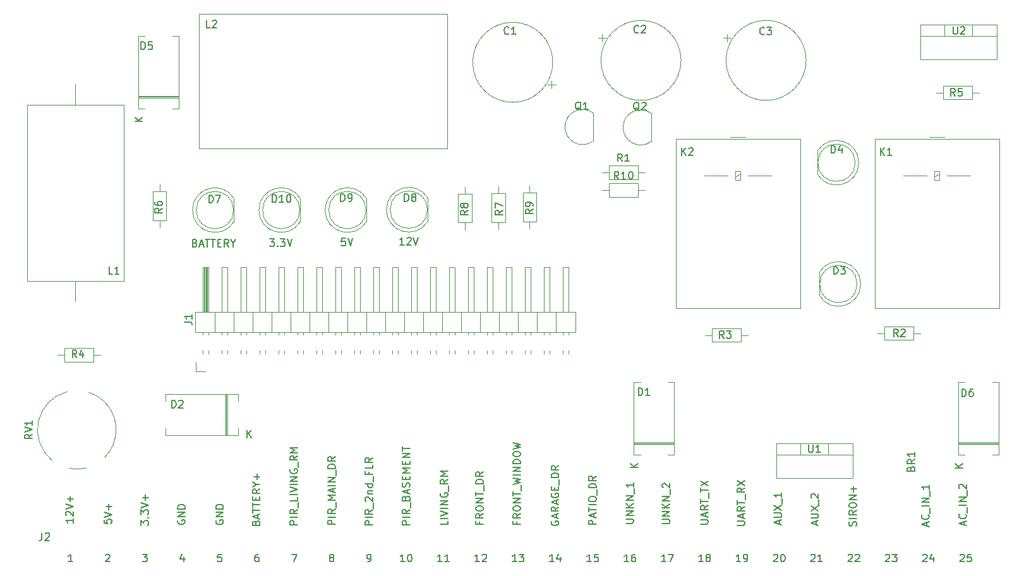
<source format=gto>
G04 #@! TF.GenerationSoftware,KiCad,Pcbnew,(5.1.4-0-10_14)*
G04 #@! TF.CreationDate,2019-11-10T17:55:19-05:00*
G04 #@! TF.ProjectId,power_source,706f7765-725f-4736-9f75-7263652e6b69,1*
G04 #@! TF.SameCoordinates,Original*
G04 #@! TF.FileFunction,Legend,Top*
G04 #@! TF.FilePolarity,Positive*
%FSLAX46Y46*%
G04 Gerber Fmt 4.6, Leading zero omitted, Abs format (unit mm)*
G04 Created by KiCad (PCBNEW (5.1.4-0-10_14)) date 2019-11-10 17:55:19*
%MOMM*%
%LPD*%
G04 APERTURE LIST*
%ADD10C,0.150000*%
%ADD11C,0.120000*%
G04 APERTURE END LIST*
D10*
X152498086Y-186496935D02*
X152498086Y-186020744D01*
X152783800Y-186592173D02*
X151783800Y-186258840D01*
X152783800Y-185925506D01*
X152688562Y-185020744D02*
X152736181Y-185068363D01*
X152783800Y-185211220D01*
X152783800Y-185306459D01*
X152736181Y-185449316D01*
X152640943Y-185544554D01*
X152545705Y-185592173D01*
X152355229Y-185639792D01*
X152212372Y-185639792D01*
X152021896Y-185592173D01*
X151926658Y-185544554D01*
X151831420Y-185449316D01*
X151783800Y-185306459D01*
X151783800Y-185211220D01*
X151831420Y-185068363D01*
X151879039Y-185020744D01*
X152879039Y-184830268D02*
X152879039Y-184068363D01*
X152783800Y-183830268D02*
X151783800Y-183830268D01*
X152783800Y-183354078D02*
X151783800Y-183354078D01*
X152783800Y-182782649D01*
X151783800Y-182782649D01*
X152879039Y-182544554D02*
X152879039Y-181782649D01*
X151879039Y-181592173D02*
X151831420Y-181544554D01*
X151783800Y-181449316D01*
X151783800Y-181211220D01*
X151831420Y-181115982D01*
X151879039Y-181068363D01*
X151974277Y-181020744D01*
X152069515Y-181020744D01*
X152212372Y-181068363D01*
X152783800Y-181639792D01*
X152783800Y-181020744D01*
X147489206Y-186595995D02*
X147489206Y-186119804D01*
X147774920Y-186691233D02*
X146774920Y-186357900D01*
X147774920Y-186024566D01*
X147679682Y-185119804D02*
X147727301Y-185167423D01*
X147774920Y-185310280D01*
X147774920Y-185405519D01*
X147727301Y-185548376D01*
X147632063Y-185643614D01*
X147536825Y-185691233D01*
X147346349Y-185738852D01*
X147203492Y-185738852D01*
X147013016Y-185691233D01*
X146917778Y-185643614D01*
X146822540Y-185548376D01*
X146774920Y-185405519D01*
X146774920Y-185310280D01*
X146822540Y-185167423D01*
X146870159Y-185119804D01*
X147870159Y-184929328D02*
X147870159Y-184167423D01*
X147774920Y-183929328D02*
X146774920Y-183929328D01*
X147774920Y-183453138D02*
X146774920Y-183453138D01*
X147774920Y-182881709D01*
X146774920Y-182881709D01*
X147870159Y-182643614D02*
X147870159Y-181881709D01*
X147774920Y-181119804D02*
X147774920Y-181691233D01*
X147774920Y-181405519D02*
X146774920Y-181405519D01*
X146917778Y-181500757D01*
X147013016Y-181595995D01*
X147060635Y-181691233D01*
X138001641Y-186599176D02*
X138049260Y-186456319D01*
X138049260Y-186218223D01*
X138001641Y-186122985D01*
X137954022Y-186075366D01*
X137858784Y-186027747D01*
X137763546Y-186027747D01*
X137668308Y-186075366D01*
X137620689Y-186122985D01*
X137573070Y-186218223D01*
X137525451Y-186408700D01*
X137477832Y-186503938D01*
X137430213Y-186551557D01*
X137334975Y-186599176D01*
X137239737Y-186599176D01*
X137144499Y-186551557D01*
X137096880Y-186503938D01*
X137049260Y-186408700D01*
X137049260Y-186170604D01*
X137096880Y-186027747D01*
X138049260Y-185599176D02*
X137049260Y-185599176D01*
X138049260Y-184551557D02*
X137573070Y-184884890D01*
X138049260Y-185122985D02*
X137049260Y-185122985D01*
X137049260Y-184742033D01*
X137096880Y-184646795D01*
X137144499Y-184599176D01*
X137239737Y-184551557D01*
X137382594Y-184551557D01*
X137477832Y-184599176D01*
X137525451Y-184646795D01*
X137573070Y-184742033D01*
X137573070Y-185122985D01*
X137049260Y-183932509D02*
X137049260Y-183742033D01*
X137096880Y-183646795D01*
X137192118Y-183551557D01*
X137382594Y-183503938D01*
X137715927Y-183503938D01*
X137906403Y-183551557D01*
X138001641Y-183646795D01*
X138049260Y-183742033D01*
X138049260Y-183932509D01*
X138001641Y-184027747D01*
X137906403Y-184122985D01*
X137715927Y-184170604D01*
X137382594Y-184170604D01*
X137192118Y-184122985D01*
X137096880Y-184027747D01*
X137049260Y-183932509D01*
X138049260Y-183075366D02*
X137049260Y-183075366D01*
X138049260Y-182503938D01*
X137049260Y-182503938D01*
X137668308Y-182027747D02*
X137668308Y-181265842D01*
X138049260Y-181646795D02*
X137287356Y-181646795D01*
X132655606Y-186471298D02*
X132655606Y-185995107D01*
X132941320Y-186566536D02*
X131941320Y-186233202D01*
X132941320Y-185899869D01*
X131941320Y-185566536D02*
X132750844Y-185566536D01*
X132846082Y-185518917D01*
X132893701Y-185471298D01*
X132941320Y-185376060D01*
X132941320Y-185185583D01*
X132893701Y-185090345D01*
X132846082Y-185042726D01*
X132750844Y-184995107D01*
X131941320Y-184995107D01*
X131941320Y-184614155D02*
X132941320Y-183947488D01*
X131941320Y-183947488D02*
X132941320Y-184614155D01*
X133036559Y-183804631D02*
X133036559Y-183042726D01*
X132036559Y-182852250D02*
X131988940Y-182804631D01*
X131941320Y-182709393D01*
X131941320Y-182471298D01*
X131988940Y-182376060D01*
X132036559Y-182328440D01*
X132131797Y-182280821D01*
X132227035Y-182280821D01*
X132369892Y-182328440D01*
X132941320Y-182899869D01*
X132941320Y-182280821D01*
X127725466Y-186369698D02*
X127725466Y-185893507D01*
X128011180Y-186464936D02*
X127011180Y-186131602D01*
X128011180Y-185798269D01*
X127011180Y-185464936D02*
X127820704Y-185464936D01*
X127915942Y-185417317D01*
X127963561Y-185369698D01*
X128011180Y-185274460D01*
X128011180Y-185083983D01*
X127963561Y-184988745D01*
X127915942Y-184941126D01*
X127820704Y-184893507D01*
X127011180Y-184893507D01*
X127011180Y-184512555D02*
X128011180Y-183845888D01*
X127011180Y-183845888D02*
X128011180Y-184512555D01*
X128106419Y-183703031D02*
X128106419Y-182941126D01*
X128011180Y-182179221D02*
X128011180Y-182750650D01*
X128011180Y-182464936D02*
X127011180Y-182464936D01*
X127154038Y-182560174D01*
X127249276Y-182655412D01*
X127296895Y-182750650D01*
X122088660Y-186518180D02*
X122898184Y-186518180D01*
X122993422Y-186470561D01*
X123041041Y-186422942D01*
X123088660Y-186327704D01*
X123088660Y-186137228D01*
X123041041Y-186041990D01*
X122993422Y-185994371D01*
X122898184Y-185946752D01*
X122088660Y-185946752D01*
X122802946Y-185518180D02*
X122802946Y-185041990D01*
X123088660Y-185613419D02*
X122088660Y-185280085D01*
X123088660Y-184946752D01*
X123088660Y-184041990D02*
X122612470Y-184375323D01*
X123088660Y-184613419D02*
X122088660Y-184613419D01*
X122088660Y-184232466D01*
X122136280Y-184137228D01*
X122183899Y-184089609D01*
X122279137Y-184041990D01*
X122421994Y-184041990D01*
X122517232Y-184089609D01*
X122564851Y-184137228D01*
X122612470Y-184232466D01*
X122612470Y-184613419D01*
X122088660Y-183756276D02*
X122088660Y-183184847D01*
X123088660Y-183470561D02*
X122088660Y-183470561D01*
X123183899Y-183089609D02*
X123183899Y-182327704D01*
X123088660Y-181518180D02*
X122612470Y-181851514D01*
X123088660Y-182089609D02*
X122088660Y-182089609D01*
X122088660Y-181708657D01*
X122136280Y-181613419D01*
X122183899Y-181565800D01*
X122279137Y-181518180D01*
X122421994Y-181518180D01*
X122517232Y-181565800D01*
X122564851Y-181613419D01*
X122612470Y-181708657D01*
X122612470Y-182089609D01*
X122088660Y-181184847D02*
X123088660Y-180518180D01*
X122088660Y-180518180D02*
X123088660Y-181184847D01*
X117166140Y-186353413D02*
X117975664Y-186353413D01*
X118070902Y-186305794D01*
X118118521Y-186258175D01*
X118166140Y-186162937D01*
X118166140Y-185972460D01*
X118118521Y-185877222D01*
X118070902Y-185829603D01*
X117975664Y-185781984D01*
X117166140Y-185781984D01*
X117880426Y-185353413D02*
X117880426Y-184877222D01*
X118166140Y-185448651D02*
X117166140Y-185115318D01*
X118166140Y-184781984D01*
X118166140Y-183877222D02*
X117689950Y-184210556D01*
X118166140Y-184448651D02*
X117166140Y-184448651D01*
X117166140Y-184067699D01*
X117213760Y-183972460D01*
X117261379Y-183924841D01*
X117356617Y-183877222D01*
X117499474Y-183877222D01*
X117594712Y-183924841D01*
X117642331Y-183972460D01*
X117689950Y-184067699D01*
X117689950Y-184448651D01*
X117166140Y-183591508D02*
X117166140Y-183020080D01*
X118166140Y-183305794D02*
X117166140Y-183305794D01*
X118261379Y-182924841D02*
X118261379Y-182162937D01*
X117166140Y-182067699D02*
X117166140Y-181496270D01*
X118166140Y-181781984D02*
X117166140Y-181781984D01*
X117166140Y-181258175D02*
X118166140Y-180591508D01*
X117166140Y-180591508D02*
X118166140Y-181258175D01*
X112032800Y-186307076D02*
X112842324Y-186307076D01*
X112937562Y-186259457D01*
X112985181Y-186211838D01*
X113032800Y-186116600D01*
X113032800Y-185926123D01*
X112985181Y-185830885D01*
X112937562Y-185783266D01*
X112842324Y-185735647D01*
X112032800Y-185735647D01*
X113032800Y-185259457D02*
X112032800Y-185259457D01*
X113032800Y-184688028D01*
X112032800Y-184688028D01*
X113032800Y-184211838D02*
X112032800Y-184211838D01*
X113032800Y-183640409D02*
X112461372Y-184068980D01*
X112032800Y-183640409D02*
X112604229Y-184211838D01*
X113032800Y-183211838D02*
X112032800Y-183211838D01*
X113032800Y-182640409D01*
X112032800Y-182640409D01*
X113128039Y-182402314D02*
X113128039Y-181640409D01*
X112128039Y-181449933D02*
X112080420Y-181402314D01*
X112032800Y-181307076D01*
X112032800Y-181068980D01*
X112080420Y-180973742D01*
X112128039Y-180926123D01*
X112223277Y-180878504D01*
X112318515Y-180878504D01*
X112461372Y-180926123D01*
X113032800Y-181497552D01*
X113032800Y-180878504D01*
X107150920Y-186261356D02*
X107960444Y-186261356D01*
X108055682Y-186213737D01*
X108103301Y-186166118D01*
X108150920Y-186070880D01*
X108150920Y-185880403D01*
X108103301Y-185785165D01*
X108055682Y-185737546D01*
X107960444Y-185689927D01*
X107150920Y-185689927D01*
X108150920Y-185213737D02*
X107150920Y-185213737D01*
X108150920Y-184642308D01*
X107150920Y-184642308D01*
X108150920Y-184166118D02*
X107150920Y-184166118D01*
X108150920Y-183594689D02*
X107579492Y-184023260D01*
X107150920Y-183594689D02*
X107722349Y-184166118D01*
X108150920Y-183166118D02*
X107150920Y-183166118D01*
X108150920Y-182594689D01*
X107150920Y-182594689D01*
X108246159Y-182356594D02*
X108246159Y-181594689D01*
X108150920Y-180832784D02*
X108150920Y-181404213D01*
X108150920Y-181118499D02*
X107150920Y-181118499D01*
X107293778Y-181213737D01*
X107389016Y-181308975D01*
X107436635Y-181404213D01*
X103167440Y-186409245D02*
X102167440Y-186409245D01*
X102167440Y-186028293D01*
X102215060Y-185933055D01*
X102262679Y-185885436D01*
X102357917Y-185837817D01*
X102500774Y-185837817D01*
X102596012Y-185885436D01*
X102643631Y-185933055D01*
X102691250Y-186028293D01*
X102691250Y-186409245D01*
X102881726Y-185456864D02*
X102881726Y-184980674D01*
X103167440Y-185552102D02*
X102167440Y-185218769D01*
X103167440Y-184885436D01*
X102167440Y-184694960D02*
X102167440Y-184123531D01*
X103167440Y-184409245D02*
X102167440Y-184409245D01*
X103167440Y-183790198D02*
X102167440Y-183790198D01*
X102167440Y-183123531D02*
X102167440Y-182933055D01*
X102215060Y-182837817D01*
X102310298Y-182742579D01*
X102500774Y-182694960D01*
X102834107Y-182694960D01*
X103024583Y-182742579D01*
X103119821Y-182837817D01*
X103167440Y-182933055D01*
X103167440Y-183123531D01*
X103119821Y-183218769D01*
X103024583Y-183314007D01*
X102834107Y-183361626D01*
X102500774Y-183361626D01*
X102310298Y-183314007D01*
X102215060Y-183218769D01*
X102167440Y-183123531D01*
X103262679Y-182504483D02*
X103262679Y-181742579D01*
X103167440Y-181504483D02*
X102167440Y-181504483D01*
X102167440Y-181266388D01*
X102215060Y-181123531D01*
X102310298Y-181028293D01*
X102405536Y-180980674D01*
X102596012Y-180933055D01*
X102738869Y-180933055D01*
X102929345Y-180980674D01*
X103024583Y-181028293D01*
X103119821Y-181123531D01*
X103167440Y-181266388D01*
X103167440Y-181504483D01*
X103167440Y-179933055D02*
X102691250Y-180266388D01*
X103167440Y-180504483D02*
X102167440Y-180504483D01*
X102167440Y-180123531D01*
X102215060Y-180028293D01*
X102262679Y-179980674D01*
X102357917Y-179933055D01*
X102500774Y-179933055D01*
X102596012Y-179980674D01*
X102643631Y-180028293D01*
X102691250Y-180123531D01*
X102691250Y-180504483D01*
X97193480Y-185968211D02*
X97145860Y-186063449D01*
X97145860Y-186206306D01*
X97193480Y-186349163D01*
X97288718Y-186444401D01*
X97383956Y-186492020D01*
X97574432Y-186539640D01*
X97717289Y-186539640D01*
X97907765Y-186492020D01*
X98003003Y-186444401D01*
X98098241Y-186349163D01*
X98145860Y-186206306D01*
X98145860Y-186111068D01*
X98098241Y-185968211D01*
X98050622Y-185920592D01*
X97717289Y-185920592D01*
X97717289Y-186111068D01*
X97860146Y-185539640D02*
X97860146Y-185063449D01*
X98145860Y-185634878D02*
X97145860Y-185301544D01*
X98145860Y-184968211D01*
X98145860Y-184063449D02*
X97669670Y-184396782D01*
X98145860Y-184634878D02*
X97145860Y-184634878D01*
X97145860Y-184253925D01*
X97193480Y-184158687D01*
X97241099Y-184111068D01*
X97336337Y-184063449D01*
X97479194Y-184063449D01*
X97574432Y-184111068D01*
X97622051Y-184158687D01*
X97669670Y-184253925D01*
X97669670Y-184634878D01*
X97860146Y-183682497D02*
X97860146Y-183206306D01*
X98145860Y-183777735D02*
X97145860Y-183444401D01*
X98145860Y-183111068D01*
X97193480Y-182253925D02*
X97145860Y-182349163D01*
X97145860Y-182492020D01*
X97193480Y-182634878D01*
X97288718Y-182730116D01*
X97383956Y-182777735D01*
X97574432Y-182825354D01*
X97717289Y-182825354D01*
X97907765Y-182777735D01*
X98003003Y-182730116D01*
X98098241Y-182634878D01*
X98145860Y-182492020D01*
X98145860Y-182396782D01*
X98098241Y-182253925D01*
X98050622Y-182206306D01*
X97717289Y-182206306D01*
X97717289Y-182396782D01*
X97622051Y-181777735D02*
X97622051Y-181444401D01*
X98145860Y-181301544D02*
X98145860Y-181777735D01*
X97145860Y-181777735D01*
X97145860Y-181301544D01*
X98241099Y-181111068D02*
X98241099Y-180349163D01*
X98145860Y-180111068D02*
X97145860Y-180111068D01*
X97145860Y-179872973D01*
X97193480Y-179730116D01*
X97288718Y-179634878D01*
X97383956Y-179587259D01*
X97574432Y-179539640D01*
X97717289Y-179539640D01*
X97907765Y-179587259D01*
X98003003Y-179634878D01*
X98098241Y-179730116D01*
X98145860Y-179872973D01*
X98145860Y-180111068D01*
X98145860Y-178539640D02*
X97669670Y-178872973D01*
X98145860Y-179111068D02*
X97145860Y-179111068D01*
X97145860Y-178730116D01*
X97193480Y-178634878D01*
X97241099Y-178587259D01*
X97336337Y-178539640D01*
X97479194Y-178539640D01*
X97574432Y-178587259D01*
X97622051Y-178634878D01*
X97669670Y-178730116D01*
X97669670Y-179111068D01*
X92491251Y-186067698D02*
X92491251Y-186401031D01*
X93015060Y-186401031D02*
X92015060Y-186401031D01*
X92015060Y-185924840D01*
X93015060Y-184972460D02*
X92538870Y-185305793D01*
X93015060Y-185543888D02*
X92015060Y-185543888D01*
X92015060Y-185162936D01*
X92062680Y-185067698D01*
X92110299Y-185020079D01*
X92205537Y-184972460D01*
X92348394Y-184972460D01*
X92443632Y-185020079D01*
X92491251Y-185067698D01*
X92538870Y-185162936D01*
X92538870Y-185543888D01*
X92015060Y-184353412D02*
X92015060Y-184162936D01*
X92062680Y-184067698D01*
X92157918Y-183972460D01*
X92348394Y-183924840D01*
X92681727Y-183924840D01*
X92872203Y-183972460D01*
X92967441Y-184067698D01*
X93015060Y-184162936D01*
X93015060Y-184353412D01*
X92967441Y-184448650D01*
X92872203Y-184543888D01*
X92681727Y-184591507D01*
X92348394Y-184591507D01*
X92157918Y-184543888D01*
X92062680Y-184448650D01*
X92015060Y-184353412D01*
X93015060Y-183496269D02*
X92015060Y-183496269D01*
X93015060Y-182924840D01*
X92015060Y-182924840D01*
X92015060Y-182591507D02*
X92015060Y-182020079D01*
X93015060Y-182305793D02*
X92015060Y-182305793D01*
X93110299Y-181924840D02*
X93110299Y-181162936D01*
X92015060Y-181020079D02*
X93015060Y-180781983D01*
X92300775Y-180591507D01*
X93015060Y-180401031D01*
X92015060Y-180162936D01*
X93015060Y-179781983D02*
X92015060Y-179781983D01*
X93015060Y-179305793D02*
X92015060Y-179305793D01*
X93015060Y-178734364D01*
X92015060Y-178734364D01*
X93015060Y-178258174D02*
X92015060Y-178258174D01*
X92015060Y-178020079D01*
X92062680Y-177877221D01*
X92157918Y-177781983D01*
X92253156Y-177734364D01*
X92443632Y-177686745D01*
X92586489Y-177686745D01*
X92776965Y-177734364D01*
X92872203Y-177781983D01*
X92967441Y-177877221D01*
X93015060Y-178020079D01*
X93015060Y-178258174D01*
X92015060Y-177067698D02*
X92015060Y-176877221D01*
X92062680Y-176781983D01*
X92157918Y-176686745D01*
X92348394Y-176639126D01*
X92681727Y-176639126D01*
X92872203Y-176686745D01*
X92967441Y-176781983D01*
X93015060Y-176877221D01*
X93015060Y-177067698D01*
X92967441Y-177162936D01*
X92872203Y-177258174D01*
X92681727Y-177305793D01*
X92348394Y-177305793D01*
X92157918Y-177258174D01*
X92062680Y-177162936D01*
X92015060Y-177067698D01*
X92015060Y-176305793D02*
X93015060Y-176067698D01*
X92300775Y-175877221D01*
X93015060Y-175686745D01*
X92015060Y-175448650D01*
X87523011Y-186079686D02*
X87523011Y-186413020D01*
X88046820Y-186413020D02*
X87046820Y-186413020D01*
X87046820Y-185936829D01*
X88046820Y-184984448D02*
X87570630Y-185317781D01*
X88046820Y-185555877D02*
X87046820Y-185555877D01*
X87046820Y-185174924D01*
X87094440Y-185079686D01*
X87142059Y-185032067D01*
X87237297Y-184984448D01*
X87380154Y-184984448D01*
X87475392Y-185032067D01*
X87523011Y-185079686D01*
X87570630Y-185174924D01*
X87570630Y-185555877D01*
X87046820Y-184365400D02*
X87046820Y-184174924D01*
X87094440Y-184079686D01*
X87189678Y-183984448D01*
X87380154Y-183936829D01*
X87713487Y-183936829D01*
X87903963Y-183984448D01*
X87999201Y-184079686D01*
X88046820Y-184174924D01*
X88046820Y-184365400D01*
X87999201Y-184460639D01*
X87903963Y-184555877D01*
X87713487Y-184603496D01*
X87380154Y-184603496D01*
X87189678Y-184555877D01*
X87094440Y-184460639D01*
X87046820Y-184365400D01*
X88046820Y-183508258D02*
X87046820Y-183508258D01*
X88046820Y-182936829D01*
X87046820Y-182936829D01*
X87046820Y-182603496D02*
X87046820Y-182032067D01*
X88046820Y-182317781D02*
X87046820Y-182317781D01*
X88142059Y-181936829D02*
X88142059Y-181174924D01*
X88046820Y-180936829D02*
X87046820Y-180936829D01*
X87046820Y-180698734D01*
X87094440Y-180555877D01*
X87189678Y-180460639D01*
X87284916Y-180413020D01*
X87475392Y-180365400D01*
X87618249Y-180365400D01*
X87808725Y-180413020D01*
X87903963Y-180460639D01*
X87999201Y-180555877D01*
X88046820Y-180698734D01*
X88046820Y-180936829D01*
X88046820Y-179365400D02*
X87570630Y-179698734D01*
X88046820Y-179936829D02*
X87046820Y-179936829D01*
X87046820Y-179555877D01*
X87094440Y-179460639D01*
X87142059Y-179413020D01*
X87237297Y-179365400D01*
X87380154Y-179365400D01*
X87475392Y-179413020D01*
X87523011Y-179460639D01*
X87570630Y-179555877D01*
X87570630Y-179936829D01*
X83269080Y-185928568D02*
X83269080Y-186404759D01*
X82269080Y-186404759D01*
X83269080Y-185595235D02*
X82269080Y-185595235D01*
X82269080Y-185261901D02*
X83269080Y-184928568D01*
X82269080Y-184595235D01*
X83269080Y-184261901D02*
X82269080Y-184261901D01*
X83269080Y-183785711D02*
X82269080Y-183785711D01*
X83269080Y-183214282D01*
X82269080Y-183214282D01*
X82316700Y-182214282D02*
X82269080Y-182309520D01*
X82269080Y-182452378D01*
X82316700Y-182595235D01*
X82411938Y-182690473D01*
X82507176Y-182738092D01*
X82697652Y-182785711D01*
X82840509Y-182785711D01*
X83030985Y-182738092D01*
X83126223Y-182690473D01*
X83221461Y-182595235D01*
X83269080Y-182452378D01*
X83269080Y-182357140D01*
X83221461Y-182214282D01*
X83173842Y-182166663D01*
X82840509Y-182166663D01*
X82840509Y-182357140D01*
X83364319Y-181976187D02*
X83364319Y-181214282D01*
X83269080Y-180404759D02*
X82792890Y-180738092D01*
X83269080Y-180976187D02*
X82269080Y-180976187D01*
X82269080Y-180595235D01*
X82316700Y-180499997D01*
X82364319Y-180452378D01*
X82459557Y-180404759D01*
X82602414Y-180404759D01*
X82697652Y-180452378D01*
X82745271Y-180499997D01*
X82792890Y-180595235D01*
X82792890Y-180976187D01*
X83269080Y-179976187D02*
X82269080Y-179976187D01*
X82983366Y-179642854D01*
X82269080Y-179309520D01*
X83269080Y-179309520D01*
X78184000Y-186451546D02*
X77184000Y-186451546D01*
X77184000Y-186070594D01*
X77231620Y-185975356D01*
X77279239Y-185927737D01*
X77374477Y-185880118D01*
X77517334Y-185880118D01*
X77612572Y-185927737D01*
X77660191Y-185975356D01*
X77707810Y-186070594D01*
X77707810Y-186451546D01*
X78184000Y-185451546D02*
X77184000Y-185451546D01*
X78184000Y-184403927D02*
X77707810Y-184737260D01*
X78184000Y-184975356D02*
X77184000Y-184975356D01*
X77184000Y-184594403D01*
X77231620Y-184499165D01*
X77279239Y-184451546D01*
X77374477Y-184403927D01*
X77517334Y-184403927D01*
X77612572Y-184451546D01*
X77660191Y-184499165D01*
X77707810Y-184594403D01*
X77707810Y-184975356D01*
X78279239Y-184213451D02*
X78279239Y-183451546D01*
X77660191Y-182880118D02*
X77707810Y-182737260D01*
X77755429Y-182689641D01*
X77850667Y-182642022D01*
X77993524Y-182642022D01*
X78088762Y-182689641D01*
X78136381Y-182737260D01*
X78184000Y-182832499D01*
X78184000Y-183213451D01*
X77184000Y-183213451D01*
X77184000Y-182880118D01*
X77231620Y-182784880D01*
X77279239Y-182737260D01*
X77374477Y-182689641D01*
X77469715Y-182689641D01*
X77564953Y-182737260D01*
X77612572Y-182784880D01*
X77660191Y-182880118D01*
X77660191Y-183213451D01*
X77898286Y-182261070D02*
X77898286Y-181784880D01*
X78184000Y-182356308D02*
X77184000Y-182022975D01*
X78184000Y-181689641D01*
X78136381Y-181403927D02*
X78184000Y-181261070D01*
X78184000Y-181022975D01*
X78136381Y-180927737D01*
X78088762Y-180880118D01*
X77993524Y-180832499D01*
X77898286Y-180832499D01*
X77803048Y-180880118D01*
X77755429Y-180927737D01*
X77707810Y-181022975D01*
X77660191Y-181213451D01*
X77612572Y-181308689D01*
X77564953Y-181356308D01*
X77469715Y-181403927D01*
X77374477Y-181403927D01*
X77279239Y-181356308D01*
X77231620Y-181308689D01*
X77184000Y-181213451D01*
X77184000Y-180975356D01*
X77231620Y-180832499D01*
X77660191Y-180403927D02*
X77660191Y-180070594D01*
X78184000Y-179927737D02*
X78184000Y-180403927D01*
X77184000Y-180403927D01*
X77184000Y-179927737D01*
X78184000Y-179499165D02*
X77184000Y-179499165D01*
X77898286Y-179165832D01*
X77184000Y-178832499D01*
X78184000Y-178832499D01*
X77660191Y-178356308D02*
X77660191Y-178022975D01*
X78184000Y-177880118D02*
X78184000Y-178356308D01*
X77184000Y-178356308D01*
X77184000Y-177880118D01*
X78184000Y-177451546D02*
X77184000Y-177451546D01*
X78184000Y-176880118D01*
X77184000Y-176880118D01*
X77184000Y-176546784D02*
X77184000Y-175975356D01*
X78184000Y-176261070D02*
X77184000Y-176261070D01*
X73218300Y-186484970D02*
X72218300Y-186484970D01*
X72218300Y-186104018D01*
X72265920Y-186008780D01*
X72313539Y-185961160D01*
X72408777Y-185913541D01*
X72551634Y-185913541D01*
X72646872Y-185961160D01*
X72694491Y-186008780D01*
X72742110Y-186104018D01*
X72742110Y-186484970D01*
X73218300Y-185484970D02*
X72218300Y-185484970D01*
X73218300Y-184437351D02*
X72742110Y-184770684D01*
X73218300Y-185008780D02*
X72218300Y-185008780D01*
X72218300Y-184627827D01*
X72265920Y-184532589D01*
X72313539Y-184484970D01*
X72408777Y-184437351D01*
X72551634Y-184437351D01*
X72646872Y-184484970D01*
X72694491Y-184532589D01*
X72742110Y-184627827D01*
X72742110Y-185008780D01*
X73313539Y-184246875D02*
X73313539Y-183484970D01*
X72313539Y-183294494D02*
X72265920Y-183246875D01*
X72218300Y-183151637D01*
X72218300Y-182913541D01*
X72265920Y-182818303D01*
X72313539Y-182770684D01*
X72408777Y-182723065D01*
X72504015Y-182723065D01*
X72646872Y-182770684D01*
X73218300Y-183342113D01*
X73218300Y-182723065D01*
X72551634Y-182294494D02*
X73218300Y-182294494D01*
X72646872Y-182294494D02*
X72599253Y-182246875D01*
X72551634Y-182151637D01*
X72551634Y-182008780D01*
X72599253Y-181913541D01*
X72694491Y-181865922D01*
X73218300Y-181865922D01*
X73218300Y-180961160D02*
X72218300Y-180961160D01*
X73170681Y-180961160D02*
X73218300Y-181056399D01*
X73218300Y-181246875D01*
X73170681Y-181342113D01*
X73123062Y-181389732D01*
X73027824Y-181437351D01*
X72742110Y-181437351D01*
X72646872Y-181389732D01*
X72599253Y-181342113D01*
X72551634Y-181246875D01*
X72551634Y-181056399D01*
X72599253Y-180961160D01*
X73313539Y-180723065D02*
X73313539Y-179961160D01*
X72694491Y-179389732D02*
X72694491Y-179723065D01*
X73218300Y-179723065D02*
X72218300Y-179723065D01*
X72218300Y-179246875D01*
X73218300Y-178389732D02*
X73218300Y-178865922D01*
X72218300Y-178865922D01*
X73218300Y-177484970D02*
X72742110Y-177818303D01*
X73218300Y-178056399D02*
X72218300Y-178056399D01*
X72218300Y-177675446D01*
X72265920Y-177580208D01*
X72313539Y-177532589D01*
X72408777Y-177484970D01*
X72551634Y-177484970D01*
X72646872Y-177532589D01*
X72694491Y-177580208D01*
X72742110Y-177675446D01*
X72742110Y-178056399D01*
X68204340Y-186423369D02*
X67204340Y-186423369D01*
X67204340Y-186042417D01*
X67251960Y-185947179D01*
X67299579Y-185899560D01*
X67394817Y-185851940D01*
X67537674Y-185851940D01*
X67632912Y-185899560D01*
X67680531Y-185947179D01*
X67728150Y-186042417D01*
X67728150Y-186423369D01*
X68204340Y-185423369D02*
X67204340Y-185423369D01*
X68204340Y-184375750D02*
X67728150Y-184709083D01*
X68204340Y-184947179D02*
X67204340Y-184947179D01*
X67204340Y-184566226D01*
X67251960Y-184470988D01*
X67299579Y-184423369D01*
X67394817Y-184375750D01*
X67537674Y-184375750D01*
X67632912Y-184423369D01*
X67680531Y-184470988D01*
X67728150Y-184566226D01*
X67728150Y-184947179D01*
X68299579Y-184185274D02*
X68299579Y-183423369D01*
X68204340Y-183185274D02*
X67204340Y-183185274D01*
X67918626Y-182851940D01*
X67204340Y-182518607D01*
X68204340Y-182518607D01*
X67918626Y-182090036D02*
X67918626Y-181613845D01*
X68204340Y-182185274D02*
X67204340Y-181851940D01*
X68204340Y-181518607D01*
X68204340Y-181185274D02*
X67204340Y-181185274D01*
X68204340Y-180709083D02*
X67204340Y-180709083D01*
X68204340Y-180137655D01*
X67204340Y-180137655D01*
X68299579Y-179899560D02*
X68299579Y-179137655D01*
X68204340Y-178899560D02*
X67204340Y-178899560D01*
X67204340Y-178661464D01*
X67251960Y-178518607D01*
X67347198Y-178423369D01*
X67442436Y-178375750D01*
X67632912Y-178328131D01*
X67775769Y-178328131D01*
X67966245Y-178375750D01*
X68061483Y-178423369D01*
X68156721Y-178518607D01*
X68204340Y-178661464D01*
X68204340Y-178899560D01*
X68204340Y-177328131D02*
X67728150Y-177661464D01*
X68204340Y-177899560D02*
X67204340Y-177899560D01*
X67204340Y-177518607D01*
X67251960Y-177423369D01*
X67299579Y-177375750D01*
X67394817Y-177328131D01*
X67537674Y-177328131D01*
X67632912Y-177375750D01*
X67680531Y-177423369D01*
X67728150Y-177518607D01*
X67728150Y-177899560D01*
X63126880Y-186449006D02*
X62126880Y-186449006D01*
X62126880Y-186068054D01*
X62174500Y-185972816D01*
X62222119Y-185925197D01*
X62317357Y-185877578D01*
X62460214Y-185877578D01*
X62555452Y-185925197D01*
X62603071Y-185972816D01*
X62650690Y-186068054D01*
X62650690Y-186449006D01*
X63126880Y-185449006D02*
X62126880Y-185449006D01*
X63126880Y-184401387D02*
X62650690Y-184734720D01*
X63126880Y-184972816D02*
X62126880Y-184972816D01*
X62126880Y-184591863D01*
X62174500Y-184496625D01*
X62222119Y-184449006D01*
X62317357Y-184401387D01*
X62460214Y-184401387D01*
X62555452Y-184449006D01*
X62603071Y-184496625D01*
X62650690Y-184591863D01*
X62650690Y-184972816D01*
X63222119Y-184210911D02*
X63222119Y-183449006D01*
X63126880Y-182734720D02*
X63126880Y-183210911D01*
X62126880Y-183210911D01*
X63126880Y-182401387D02*
X62126880Y-182401387D01*
X62126880Y-182068054D02*
X63126880Y-181734720D01*
X62126880Y-181401387D01*
X63126880Y-181068054D02*
X62126880Y-181068054D01*
X63126880Y-180591863D02*
X62126880Y-180591863D01*
X63126880Y-180020435D01*
X62126880Y-180020435D01*
X62174500Y-179020435D02*
X62126880Y-179115673D01*
X62126880Y-179258530D01*
X62174500Y-179401387D01*
X62269738Y-179496625D01*
X62364976Y-179544244D01*
X62555452Y-179591863D01*
X62698309Y-179591863D01*
X62888785Y-179544244D01*
X62984023Y-179496625D01*
X63079261Y-179401387D01*
X63126880Y-179258530D01*
X63126880Y-179163292D01*
X63079261Y-179020435D01*
X63031642Y-178972816D01*
X62698309Y-178972816D01*
X62698309Y-179163292D01*
X63222119Y-178782340D02*
X63222119Y-178020435D01*
X63126880Y-177210911D02*
X62650690Y-177544244D01*
X63126880Y-177782340D02*
X62126880Y-177782340D01*
X62126880Y-177401387D01*
X62174500Y-177306149D01*
X62222119Y-177258530D01*
X62317357Y-177210911D01*
X62460214Y-177210911D01*
X62555452Y-177258530D01*
X62603071Y-177306149D01*
X62650690Y-177401387D01*
X62650690Y-177782340D01*
X63126880Y-176782340D02*
X62126880Y-176782340D01*
X62841166Y-176449006D01*
X62126880Y-176115673D01*
X63126880Y-176115673D01*
X57571331Y-186207327D02*
X57618950Y-186064470D01*
X57666569Y-186016851D01*
X57761807Y-185969232D01*
X57904664Y-185969232D01*
X57999902Y-186016851D01*
X58047521Y-186064470D01*
X58095140Y-186159708D01*
X58095140Y-186540660D01*
X57095140Y-186540660D01*
X57095140Y-186207327D01*
X57142760Y-186112089D01*
X57190379Y-186064470D01*
X57285617Y-186016851D01*
X57380855Y-186016851D01*
X57476093Y-186064470D01*
X57523712Y-186112089D01*
X57571331Y-186207327D01*
X57571331Y-186540660D01*
X57809426Y-185588280D02*
X57809426Y-185112089D01*
X58095140Y-185683518D02*
X57095140Y-185350184D01*
X58095140Y-185016851D01*
X57095140Y-184826375D02*
X57095140Y-184254946D01*
X58095140Y-184540660D02*
X57095140Y-184540660D01*
X57095140Y-184064470D02*
X57095140Y-183493041D01*
X58095140Y-183778756D02*
X57095140Y-183778756D01*
X57571331Y-183159708D02*
X57571331Y-182826375D01*
X58095140Y-182683518D02*
X58095140Y-183159708D01*
X57095140Y-183159708D01*
X57095140Y-182683518D01*
X58095140Y-181683518D02*
X57618950Y-182016851D01*
X58095140Y-182254946D02*
X57095140Y-182254946D01*
X57095140Y-181873994D01*
X57142760Y-181778756D01*
X57190379Y-181731137D01*
X57285617Y-181683518D01*
X57428474Y-181683518D01*
X57523712Y-181731137D01*
X57571331Y-181778756D01*
X57618950Y-181873994D01*
X57618950Y-182254946D01*
X57618950Y-181064470D02*
X58095140Y-181064470D01*
X57095140Y-181397803D02*
X57618950Y-181064470D01*
X57095140Y-180731137D01*
X57714188Y-180397803D02*
X57714188Y-179635899D01*
X58095140Y-180016851D02*
X57333236Y-180016851D01*
X52235480Y-185836464D02*
X52187860Y-185931702D01*
X52187860Y-186074560D01*
X52235480Y-186217417D01*
X52330718Y-186312655D01*
X52425956Y-186360274D01*
X52616432Y-186407893D01*
X52759289Y-186407893D01*
X52949765Y-186360274D01*
X53045003Y-186312655D01*
X53140241Y-186217417D01*
X53187860Y-186074560D01*
X53187860Y-185979321D01*
X53140241Y-185836464D01*
X53092622Y-185788845D01*
X52759289Y-185788845D01*
X52759289Y-185979321D01*
X53187860Y-185360274D02*
X52187860Y-185360274D01*
X53187860Y-184788845D01*
X52187860Y-184788845D01*
X53187860Y-184312655D02*
X52187860Y-184312655D01*
X52187860Y-184074560D01*
X52235480Y-183931702D01*
X52330718Y-183836464D01*
X52425956Y-183788845D01*
X52616432Y-183741226D01*
X52759289Y-183741226D01*
X52949765Y-183788845D01*
X53045003Y-183836464D01*
X53140241Y-183931702D01*
X53187860Y-184074560D01*
X53187860Y-184312655D01*
X47125000Y-185839004D02*
X47077380Y-185934242D01*
X47077380Y-186077100D01*
X47125000Y-186219957D01*
X47220238Y-186315195D01*
X47315476Y-186362814D01*
X47505952Y-186410433D01*
X47648809Y-186410433D01*
X47839285Y-186362814D01*
X47934523Y-186315195D01*
X48029761Y-186219957D01*
X48077380Y-186077100D01*
X48077380Y-185981861D01*
X48029761Y-185839004D01*
X47982142Y-185791385D01*
X47648809Y-185791385D01*
X47648809Y-185981861D01*
X48077380Y-185362814D02*
X47077380Y-185362814D01*
X48077380Y-184791385D01*
X47077380Y-184791385D01*
X48077380Y-184315195D02*
X47077380Y-184315195D01*
X47077380Y-184077100D01*
X47125000Y-183934242D01*
X47220238Y-183839004D01*
X47315476Y-183791385D01*
X47505952Y-183743766D01*
X47648809Y-183743766D01*
X47839285Y-183791385D01*
X47934523Y-183839004D01*
X48029761Y-183934242D01*
X48077380Y-184077100D01*
X48077380Y-184315195D01*
X42147240Y-186522098D02*
X42147240Y-185903050D01*
X42528193Y-186236383D01*
X42528193Y-186093526D01*
X42575812Y-185998288D01*
X42623431Y-185950669D01*
X42718669Y-185903050D01*
X42956764Y-185903050D01*
X43052002Y-185950669D01*
X43099621Y-185998288D01*
X43147240Y-186093526D01*
X43147240Y-186379240D01*
X43099621Y-186474479D01*
X43052002Y-186522098D01*
X43052002Y-185474479D02*
X43099621Y-185426860D01*
X43147240Y-185474479D01*
X43099621Y-185522098D01*
X43052002Y-185474479D01*
X43147240Y-185474479D01*
X42147240Y-185093526D02*
X42147240Y-184474479D01*
X42528193Y-184807812D01*
X42528193Y-184664955D01*
X42575812Y-184569717D01*
X42623431Y-184522098D01*
X42718669Y-184474479D01*
X42956764Y-184474479D01*
X43052002Y-184522098D01*
X43099621Y-184569717D01*
X43147240Y-184664955D01*
X43147240Y-184950669D01*
X43099621Y-185045907D01*
X43052002Y-185093526D01*
X42147240Y-184188764D02*
X43147240Y-183855431D01*
X42147240Y-183522098D01*
X42766288Y-183188764D02*
X42766288Y-182426860D01*
X43147240Y-182807812D02*
X42385336Y-182807812D01*
X37219640Y-185764703D02*
X37219640Y-186240894D01*
X37695831Y-186288513D01*
X37648212Y-186240894D01*
X37600593Y-186145656D01*
X37600593Y-185907560D01*
X37648212Y-185812322D01*
X37695831Y-185764703D01*
X37791069Y-185717084D01*
X38029164Y-185717084D01*
X38124402Y-185764703D01*
X38172021Y-185812322D01*
X38219640Y-185907560D01*
X38219640Y-186145656D01*
X38172021Y-186240894D01*
X38124402Y-186288513D01*
X37219640Y-185431370D02*
X38219640Y-185098037D01*
X37219640Y-184764703D01*
X37838688Y-184431370D02*
X37838688Y-183669465D01*
X38219640Y-184050418D02*
X37457736Y-184050418D01*
X33083760Y-185616695D02*
X33083760Y-186188123D01*
X33083760Y-185902409D02*
X32083760Y-185902409D01*
X32226618Y-185997647D01*
X32321856Y-186092885D01*
X32369475Y-186188123D01*
X32178999Y-185235742D02*
X32131380Y-185188123D01*
X32083760Y-185092885D01*
X32083760Y-184854790D01*
X32131380Y-184759552D01*
X32178999Y-184711933D01*
X32274237Y-184664314D01*
X32369475Y-184664314D01*
X32512332Y-184711933D01*
X33083760Y-185283361D01*
X33083760Y-184664314D01*
X32083760Y-184378600D02*
X33083760Y-184045266D01*
X32083760Y-183711933D01*
X32702808Y-183378600D02*
X32702808Y-182616695D01*
X33083760Y-182997647D02*
X32321856Y-182997647D01*
X77427532Y-148940780D02*
X76856103Y-148940780D01*
X77141818Y-148940780D02*
X77141818Y-147940780D01*
X77046580Y-148083638D01*
X76951341Y-148178876D01*
X76856103Y-148226495D01*
X77808484Y-148036019D02*
X77856103Y-147988400D01*
X77951341Y-147940780D01*
X78189437Y-147940780D01*
X78284675Y-147988400D01*
X78332294Y-148036019D01*
X78379913Y-148131257D01*
X78379913Y-148226495D01*
X78332294Y-148369352D01*
X77760865Y-148940780D01*
X78379913Y-148940780D01*
X78665627Y-147940780D02*
X78998960Y-148940780D01*
X79332294Y-147940780D01*
X69552843Y-148065240D02*
X69076653Y-148065240D01*
X69029034Y-148541431D01*
X69076653Y-148493812D01*
X69171891Y-148446193D01*
X69409986Y-148446193D01*
X69505224Y-148493812D01*
X69552843Y-148541431D01*
X69600462Y-148636669D01*
X69600462Y-148874764D01*
X69552843Y-148970002D01*
X69505224Y-149017621D01*
X69409986Y-149065240D01*
X69171891Y-149065240D01*
X69076653Y-149017621D01*
X69029034Y-148970002D01*
X69886177Y-148065240D02*
X70219510Y-149065240D01*
X70552843Y-148065240D01*
X59422849Y-148149060D02*
X60041897Y-148149060D01*
X59708563Y-148530013D01*
X59851420Y-148530013D01*
X59946659Y-148577632D01*
X59994278Y-148625251D01*
X60041897Y-148720489D01*
X60041897Y-148958584D01*
X59994278Y-149053822D01*
X59946659Y-149101441D01*
X59851420Y-149149060D01*
X59565706Y-149149060D01*
X59470468Y-149101441D01*
X59422849Y-149053822D01*
X60470468Y-149053822D02*
X60518087Y-149101441D01*
X60470468Y-149149060D01*
X60422849Y-149101441D01*
X60470468Y-149053822D01*
X60470468Y-149149060D01*
X60851420Y-148149060D02*
X61470468Y-148149060D01*
X61137135Y-148530013D01*
X61279992Y-148530013D01*
X61375230Y-148577632D01*
X61422849Y-148625251D01*
X61470468Y-148720489D01*
X61470468Y-148958584D01*
X61422849Y-149053822D01*
X61375230Y-149101441D01*
X61279992Y-149149060D01*
X60994278Y-149149060D01*
X60899040Y-149101441D01*
X60851420Y-149053822D01*
X61756182Y-148149060D02*
X62089516Y-149149060D01*
X62422849Y-148149060D01*
X49392200Y-148670971D02*
X49535057Y-148718590D01*
X49582676Y-148766209D01*
X49630295Y-148861447D01*
X49630295Y-149004304D01*
X49582676Y-149099542D01*
X49535057Y-149147161D01*
X49439819Y-149194780D01*
X49058866Y-149194780D01*
X49058866Y-148194780D01*
X49392200Y-148194780D01*
X49487438Y-148242400D01*
X49535057Y-148290019D01*
X49582676Y-148385257D01*
X49582676Y-148480495D01*
X49535057Y-148575733D01*
X49487438Y-148623352D01*
X49392200Y-148670971D01*
X49058866Y-148670971D01*
X50011247Y-148909066D02*
X50487438Y-148909066D01*
X49916009Y-149194780D02*
X50249342Y-148194780D01*
X50582676Y-149194780D01*
X50773152Y-148194780D02*
X51344580Y-148194780D01*
X51058866Y-149194780D02*
X51058866Y-148194780D01*
X51535057Y-148194780D02*
X52106485Y-148194780D01*
X51820771Y-149194780D02*
X51820771Y-148194780D01*
X52439819Y-148670971D02*
X52773152Y-148670971D01*
X52916009Y-149194780D02*
X52439819Y-149194780D01*
X52439819Y-148194780D01*
X52916009Y-148194780D01*
X53916009Y-149194780D02*
X53582676Y-148718590D01*
X53344580Y-149194780D02*
X53344580Y-148194780D01*
X53725533Y-148194780D01*
X53820771Y-148242400D01*
X53868390Y-148290019D01*
X53916009Y-148385257D01*
X53916009Y-148528114D01*
X53868390Y-148623352D01*
X53820771Y-148670971D01*
X53725533Y-148718590D01*
X53344580Y-148718590D01*
X54535057Y-148718590D02*
X54535057Y-149194780D01*
X54201723Y-148194780D02*
X54535057Y-148718590D01*
X54868390Y-148194780D01*
D11*
X38829597Y-173632530D02*
G75*
G02X37221240Y-177515560I-5269357J-92030D01*
G01*
X34835121Y-178838951D02*
G75*
G02X32554240Y-178898560I-1274881J5114391D01*
G01*
X30171765Y-177761181D02*
G75*
G02X32286240Y-168610560I3388475J4036621D01*
G01*
X35101039Y-168684834D02*
G75*
G02X38830240Y-173724560I-1540799J-5039726D01*
G01*
X110492139Y-135125975D02*
G75*
G02X110538719Y-131292521I-1353419J1933455D01*
G01*
X110538720Y-131292520D02*
X110538720Y-135092520D01*
X102704499Y-135067555D02*
G75*
G02X102751079Y-131234101I-1353419J1933455D01*
G01*
X102751080Y-131234100D02*
X102751080Y-135034100D01*
X109702400Y-141589760D02*
X108752400Y-141589760D01*
X103962400Y-141589760D02*
X104912400Y-141589760D01*
X108752400Y-140669760D02*
X104912400Y-140669760D01*
X108752400Y-142509760D02*
X108752400Y-140669760D01*
X104912400Y-142509760D02*
X108752400Y-142509760D01*
X104912400Y-140669760D02*
X104912400Y-142509760D01*
X109702400Y-139204700D02*
X108752400Y-139204700D01*
X103962400Y-139204700D02*
X104912400Y-139204700D01*
X108752400Y-138284700D02*
X104912400Y-138284700D01*
X108752400Y-140124700D02*
X108752400Y-138284700D01*
X104912400Y-140124700D02*
X108752400Y-140124700D01*
X104912400Y-138284700D02*
X104912400Y-140124700D01*
X75064200Y-144221662D02*
G75*
G02X80614200Y-142676370I2990000J462D01*
G01*
X75064200Y-144220738D02*
G75*
G03X80614200Y-145766030I2990000J-462D01*
G01*
X80554200Y-144221200D02*
G75*
G03X80554200Y-144221200I-2500000J0D01*
G01*
X80614200Y-145766200D02*
X80614200Y-142676200D01*
X153586000Y-119412000D02*
X153586000Y-120922000D01*
X149886000Y-119412000D02*
X149886000Y-120922000D01*
X146615000Y-120922000D02*
X156856000Y-120922000D01*
X156856000Y-119412000D02*
X156856000Y-124053000D01*
X146615000Y-119412000D02*
X146615000Y-124053000D01*
X146615000Y-124053000D02*
X156856000Y-124053000D01*
X146615000Y-119412000D02*
X156856000Y-119412000D01*
X134282000Y-175546000D02*
X134282000Y-177056000D01*
X130582000Y-175546000D02*
X130582000Y-177056000D01*
X127311000Y-177056000D02*
X137552000Y-177056000D01*
X137552000Y-175546000D02*
X137552000Y-180187000D01*
X127311000Y-175546000D02*
X127311000Y-180187000D01*
X127311000Y-180187000D02*
X137552000Y-180187000D01*
X127311000Y-175546000D02*
X137552000Y-175546000D01*
X94259400Y-141021000D02*
X94259400Y-141971000D01*
X94259400Y-146761000D02*
X94259400Y-145811000D01*
X93339400Y-141971000D02*
X93339400Y-145811000D01*
X95179400Y-141971000D02*
X93339400Y-141971000D01*
X95179400Y-145811000D02*
X95179400Y-141971000D01*
X93339400Y-145811000D02*
X95179400Y-145811000D01*
X85572600Y-141148000D02*
X85572600Y-142098000D01*
X85572600Y-146888000D02*
X85572600Y-145938000D01*
X84652600Y-142098000D02*
X84652600Y-145938000D01*
X86492600Y-142098000D02*
X84652600Y-142098000D01*
X86492600Y-145938000D02*
X86492600Y-142098000D01*
X84652600Y-145938000D02*
X86492600Y-145938000D01*
X90043000Y-146837200D02*
X90043000Y-145887200D01*
X90043000Y-141097200D02*
X90043000Y-142047200D01*
X90963000Y-145887200D02*
X90963000Y-142047200D01*
X89123000Y-145887200D02*
X90963000Y-145887200D01*
X89123000Y-142047200D02*
X89123000Y-145887200D01*
X90963000Y-142047200D02*
X89123000Y-142047200D01*
X44653200Y-146583200D02*
X44653200Y-145633200D01*
X44653200Y-140843200D02*
X44653200Y-141793200D01*
X45573200Y-145633200D02*
X45573200Y-141793200D01*
X43733200Y-145633200D02*
X45573200Y-145633200D01*
X43733200Y-141793200D02*
X43733200Y-145633200D01*
X45573200Y-141793200D02*
X43733200Y-141793200D01*
X148768000Y-128524000D02*
X149718000Y-128524000D01*
X154508000Y-128524000D02*
X153558000Y-128524000D01*
X149718000Y-129444000D02*
X153558000Y-129444000D01*
X149718000Y-127604000D02*
X149718000Y-129444000D01*
X153558000Y-127604000D02*
X149718000Y-127604000D01*
X153558000Y-129444000D02*
X153558000Y-127604000D01*
X36720580Y-163682680D02*
X35770580Y-163682680D01*
X30980580Y-163682680D02*
X31930580Y-163682680D01*
X35770580Y-162762680D02*
X31930580Y-162762680D01*
X35770580Y-164602680D02*
X35770580Y-162762680D01*
X31930580Y-164602680D02*
X35770580Y-164602680D01*
X31930580Y-162762680D02*
X31930580Y-164602680D01*
X123520000Y-161036000D02*
X122570000Y-161036000D01*
X117780000Y-161036000D02*
X118730000Y-161036000D01*
X122570000Y-160116000D02*
X118730000Y-160116000D01*
X122570000Y-161956000D02*
X122570000Y-160116000D01*
X118730000Y-161956000D02*
X122570000Y-161956000D01*
X118730000Y-160116000D02*
X118730000Y-161956000D01*
X140894000Y-160782000D02*
X141844000Y-160782000D01*
X146634000Y-160782000D02*
X145684000Y-160782000D01*
X141844000Y-161702000D02*
X145684000Y-161702000D01*
X141844000Y-159862000D02*
X141844000Y-161702000D01*
X145684000Y-159862000D02*
X141844000Y-159862000D01*
X145684000Y-161702000D02*
X145684000Y-159862000D01*
X83179000Y-117990000D02*
X83179000Y-136010000D01*
X49917000Y-117990000D02*
X49917000Y-136010000D01*
X49917000Y-136010000D02*
X83179000Y-136010000D01*
X49917000Y-117990000D02*
X83179000Y-117990000D01*
X33365440Y-156526220D02*
X33365440Y-153771220D01*
X33365440Y-127406220D02*
X33365440Y-130161220D01*
X39835440Y-153771220D02*
X39835440Y-130161220D01*
X26895440Y-153771220D02*
X39835440Y-153771220D01*
X26895440Y-130161220D02*
X26895440Y-153771220D01*
X39835440Y-130161220D02*
X26895440Y-130161220D01*
X123524000Y-139614000D02*
X126674000Y-139614000D01*
X117674000Y-139614000D02*
X120824000Y-139614000D01*
X121174000Y-134504000D02*
X123174000Y-134504000D01*
X121824000Y-140214000D02*
X122524000Y-140214000D01*
X121824000Y-139014000D02*
X121824000Y-140214000D01*
X122524000Y-139014000D02*
X121824000Y-139014000D01*
X122524000Y-140214000D02*
X122524000Y-139014000D01*
X121824000Y-139814000D02*
X122524000Y-139414000D01*
X113824000Y-157464000D02*
X130524000Y-157464000D01*
X113824000Y-134764000D02*
X113824000Y-157464000D01*
X130524000Y-134764000D02*
X113824000Y-134764000D01*
X130524000Y-157464000D02*
X130524000Y-134764000D01*
X150194000Y-139614000D02*
X153344000Y-139614000D01*
X144344000Y-139614000D02*
X147494000Y-139614000D01*
X147844000Y-134504000D02*
X149844000Y-134504000D01*
X148494000Y-140214000D02*
X149194000Y-140214000D01*
X148494000Y-139014000D02*
X148494000Y-140214000D01*
X149194000Y-139014000D02*
X148494000Y-139014000D01*
X149194000Y-140214000D02*
X149194000Y-139014000D01*
X148494000Y-139814000D02*
X149194000Y-139414000D01*
X140494000Y-157464000D02*
X157194000Y-157464000D01*
X140494000Y-134764000D02*
X140494000Y-157464000D01*
X157194000Y-134764000D02*
X140494000Y-134764000D01*
X157194000Y-157464000D02*
X157194000Y-134764000D01*
X49470000Y-160612000D02*
X100390000Y-160612000D01*
X100390000Y-160612000D02*
X100390000Y-157952000D01*
X100390000Y-157952000D02*
X49470000Y-157952000D01*
X49470000Y-157952000D02*
X49470000Y-160612000D01*
X50420000Y-157952000D02*
X50420000Y-151952000D01*
X50420000Y-151952000D02*
X51180000Y-151952000D01*
X51180000Y-151952000D02*
X51180000Y-157952000D01*
X50480000Y-157952000D02*
X50480000Y-151952000D01*
X50600000Y-157952000D02*
X50600000Y-151952000D01*
X50720000Y-157952000D02*
X50720000Y-151952000D01*
X50840000Y-157952000D02*
X50840000Y-151952000D01*
X50960000Y-157952000D02*
X50960000Y-151952000D01*
X51080000Y-157952000D02*
X51080000Y-151952000D01*
X50420000Y-161009071D02*
X50420000Y-160612000D01*
X51180000Y-161009071D02*
X51180000Y-160612000D01*
X50420000Y-163482000D02*
X50420000Y-163094929D01*
X51180000Y-163482000D02*
X51180000Y-163094929D01*
X52070000Y-160612000D02*
X52070000Y-157952000D01*
X52960000Y-157952000D02*
X52960000Y-151952000D01*
X52960000Y-151952000D02*
X53720000Y-151952000D01*
X53720000Y-151952000D02*
X53720000Y-157952000D01*
X52960000Y-161009071D02*
X52960000Y-160612000D01*
X53720000Y-161009071D02*
X53720000Y-160612000D01*
X52960000Y-163549071D02*
X52960000Y-163094929D01*
X53720000Y-163549071D02*
X53720000Y-163094929D01*
X54610000Y-160612000D02*
X54610000Y-157952000D01*
X55500000Y-157952000D02*
X55500000Y-151952000D01*
X55500000Y-151952000D02*
X56260000Y-151952000D01*
X56260000Y-151952000D02*
X56260000Y-157952000D01*
X55500000Y-161009071D02*
X55500000Y-160612000D01*
X56260000Y-161009071D02*
X56260000Y-160612000D01*
X55500000Y-163549071D02*
X55500000Y-163094929D01*
X56260000Y-163549071D02*
X56260000Y-163094929D01*
X57150000Y-160612000D02*
X57150000Y-157952000D01*
X58040000Y-157952000D02*
X58040000Y-151952000D01*
X58040000Y-151952000D02*
X58800000Y-151952000D01*
X58800000Y-151952000D02*
X58800000Y-157952000D01*
X58040000Y-161009071D02*
X58040000Y-160612000D01*
X58800000Y-161009071D02*
X58800000Y-160612000D01*
X58040000Y-163549071D02*
X58040000Y-163094929D01*
X58800000Y-163549071D02*
X58800000Y-163094929D01*
X59690000Y-160612000D02*
X59690000Y-157952000D01*
X60580000Y-157952000D02*
X60580000Y-151952000D01*
X60580000Y-151952000D02*
X61340000Y-151952000D01*
X61340000Y-151952000D02*
X61340000Y-157952000D01*
X60580000Y-161009071D02*
X60580000Y-160612000D01*
X61340000Y-161009071D02*
X61340000Y-160612000D01*
X60580000Y-163549071D02*
X60580000Y-163094929D01*
X61340000Y-163549071D02*
X61340000Y-163094929D01*
X62230000Y-160612000D02*
X62230000Y-157952000D01*
X63120000Y-157952000D02*
X63120000Y-151952000D01*
X63120000Y-151952000D02*
X63880000Y-151952000D01*
X63880000Y-151952000D02*
X63880000Y-157952000D01*
X63120000Y-161009071D02*
X63120000Y-160612000D01*
X63880000Y-161009071D02*
X63880000Y-160612000D01*
X63120000Y-163549071D02*
X63120000Y-163094929D01*
X63880000Y-163549071D02*
X63880000Y-163094929D01*
X64770000Y-160612000D02*
X64770000Y-157952000D01*
X65660000Y-157952000D02*
X65660000Y-151952000D01*
X65660000Y-151952000D02*
X66420000Y-151952000D01*
X66420000Y-151952000D02*
X66420000Y-157952000D01*
X65660000Y-161009071D02*
X65660000Y-160612000D01*
X66420000Y-161009071D02*
X66420000Y-160612000D01*
X65660000Y-163549071D02*
X65660000Y-163094929D01*
X66420000Y-163549071D02*
X66420000Y-163094929D01*
X67310000Y-160612000D02*
X67310000Y-157952000D01*
X68200000Y-157952000D02*
X68200000Y-151952000D01*
X68200000Y-151952000D02*
X68960000Y-151952000D01*
X68960000Y-151952000D02*
X68960000Y-157952000D01*
X68200000Y-161009071D02*
X68200000Y-160612000D01*
X68960000Y-161009071D02*
X68960000Y-160612000D01*
X68200000Y-163549071D02*
X68200000Y-163094929D01*
X68960000Y-163549071D02*
X68960000Y-163094929D01*
X69850000Y-160612000D02*
X69850000Y-157952000D01*
X70740000Y-157952000D02*
X70740000Y-151952000D01*
X70740000Y-151952000D02*
X71500000Y-151952000D01*
X71500000Y-151952000D02*
X71500000Y-157952000D01*
X70740000Y-161009071D02*
X70740000Y-160612000D01*
X71500000Y-161009071D02*
X71500000Y-160612000D01*
X70740000Y-163549071D02*
X70740000Y-163094929D01*
X71500000Y-163549071D02*
X71500000Y-163094929D01*
X72390000Y-160612000D02*
X72390000Y-157952000D01*
X73280000Y-157952000D02*
X73280000Y-151952000D01*
X73280000Y-151952000D02*
X74040000Y-151952000D01*
X74040000Y-151952000D02*
X74040000Y-157952000D01*
X73280000Y-161009071D02*
X73280000Y-160612000D01*
X74040000Y-161009071D02*
X74040000Y-160612000D01*
X73280000Y-163549071D02*
X73280000Y-163094929D01*
X74040000Y-163549071D02*
X74040000Y-163094929D01*
X74930000Y-160612000D02*
X74930000Y-157952000D01*
X75820000Y-157952000D02*
X75820000Y-151952000D01*
X75820000Y-151952000D02*
X76580000Y-151952000D01*
X76580000Y-151952000D02*
X76580000Y-157952000D01*
X75820000Y-161009071D02*
X75820000Y-160612000D01*
X76580000Y-161009071D02*
X76580000Y-160612000D01*
X75820000Y-163549071D02*
X75820000Y-163094929D01*
X76580000Y-163549071D02*
X76580000Y-163094929D01*
X77470000Y-160612000D02*
X77470000Y-157952000D01*
X78360000Y-157952000D02*
X78360000Y-151952000D01*
X78360000Y-151952000D02*
X79120000Y-151952000D01*
X79120000Y-151952000D02*
X79120000Y-157952000D01*
X78360000Y-161009071D02*
X78360000Y-160612000D01*
X79120000Y-161009071D02*
X79120000Y-160612000D01*
X78360000Y-163549071D02*
X78360000Y-163094929D01*
X79120000Y-163549071D02*
X79120000Y-163094929D01*
X80010000Y-160612000D02*
X80010000Y-157952000D01*
X80900000Y-157952000D02*
X80900000Y-151952000D01*
X80900000Y-151952000D02*
X81660000Y-151952000D01*
X81660000Y-151952000D02*
X81660000Y-157952000D01*
X80900000Y-161009071D02*
X80900000Y-160612000D01*
X81660000Y-161009071D02*
X81660000Y-160612000D01*
X80900000Y-163549071D02*
X80900000Y-163094929D01*
X81660000Y-163549071D02*
X81660000Y-163094929D01*
X82550000Y-160612000D02*
X82550000Y-157952000D01*
X83440000Y-157952000D02*
X83440000Y-151952000D01*
X83440000Y-151952000D02*
X84200000Y-151952000D01*
X84200000Y-151952000D02*
X84200000Y-157952000D01*
X83440000Y-161009071D02*
X83440000Y-160612000D01*
X84200000Y-161009071D02*
X84200000Y-160612000D01*
X83440000Y-163549071D02*
X83440000Y-163094929D01*
X84200000Y-163549071D02*
X84200000Y-163094929D01*
X85090000Y-160612000D02*
X85090000Y-157952000D01*
X85980000Y-157952000D02*
X85980000Y-151952000D01*
X85980000Y-151952000D02*
X86740000Y-151952000D01*
X86740000Y-151952000D02*
X86740000Y-157952000D01*
X85980000Y-161009071D02*
X85980000Y-160612000D01*
X86740000Y-161009071D02*
X86740000Y-160612000D01*
X85980000Y-163549071D02*
X85980000Y-163094929D01*
X86740000Y-163549071D02*
X86740000Y-163094929D01*
X87630000Y-160612000D02*
X87630000Y-157952000D01*
X88520000Y-157952000D02*
X88520000Y-151952000D01*
X88520000Y-151952000D02*
X89280000Y-151952000D01*
X89280000Y-151952000D02*
X89280000Y-157952000D01*
X88520000Y-161009071D02*
X88520000Y-160612000D01*
X89280000Y-161009071D02*
X89280000Y-160612000D01*
X88520000Y-163549071D02*
X88520000Y-163094929D01*
X89280000Y-163549071D02*
X89280000Y-163094929D01*
X90170000Y-160612000D02*
X90170000Y-157952000D01*
X91060000Y-157952000D02*
X91060000Y-151952000D01*
X91060000Y-151952000D02*
X91820000Y-151952000D01*
X91820000Y-151952000D02*
X91820000Y-157952000D01*
X91060000Y-161009071D02*
X91060000Y-160612000D01*
X91820000Y-161009071D02*
X91820000Y-160612000D01*
X91060000Y-163549071D02*
X91060000Y-163094929D01*
X91820000Y-163549071D02*
X91820000Y-163094929D01*
X92710000Y-160612000D02*
X92710000Y-157952000D01*
X93600000Y-157952000D02*
X93600000Y-151952000D01*
X93600000Y-151952000D02*
X94360000Y-151952000D01*
X94360000Y-151952000D02*
X94360000Y-157952000D01*
X93600000Y-161009071D02*
X93600000Y-160612000D01*
X94360000Y-161009071D02*
X94360000Y-160612000D01*
X93600000Y-163549071D02*
X93600000Y-163094929D01*
X94360000Y-163549071D02*
X94360000Y-163094929D01*
X95250000Y-160612000D02*
X95250000Y-157952000D01*
X96140000Y-157952000D02*
X96140000Y-151952000D01*
X96140000Y-151952000D02*
X96900000Y-151952000D01*
X96900000Y-151952000D02*
X96900000Y-157952000D01*
X96140000Y-161009071D02*
X96140000Y-160612000D01*
X96900000Y-161009071D02*
X96900000Y-160612000D01*
X96140000Y-163549071D02*
X96140000Y-163094929D01*
X96900000Y-163549071D02*
X96900000Y-163094929D01*
X97790000Y-160612000D02*
X97790000Y-157952000D01*
X98680000Y-157952000D02*
X98680000Y-151952000D01*
X98680000Y-151952000D02*
X99440000Y-151952000D01*
X99440000Y-151952000D02*
X99440000Y-157952000D01*
X98680000Y-161009071D02*
X98680000Y-160612000D01*
X99440000Y-161009071D02*
X99440000Y-160612000D01*
X98680000Y-163549071D02*
X98680000Y-163094929D01*
X99440000Y-163549071D02*
X99440000Y-163094929D01*
X50800000Y-165862000D02*
X49530000Y-165862000D01*
X49530000Y-165862000D02*
X49530000Y-164592000D01*
X57970000Y-144272462D02*
G75*
G02X63520000Y-142727170I2990000J462D01*
G01*
X57970000Y-144271538D02*
G75*
G03X63520000Y-145816830I2990000J-462D01*
G01*
X63460000Y-144272000D02*
G75*
G03X63460000Y-144272000I-2500000J0D01*
G01*
X63520000Y-145817000D02*
X63520000Y-142727000D01*
X66834600Y-144272462D02*
G75*
G02X72384600Y-142727170I2990000J462D01*
G01*
X66834600Y-144271538D02*
G75*
G03X72384600Y-145816830I2990000J-462D01*
G01*
X72324600Y-144272000D02*
G75*
G03X72324600Y-144272000I-2500000J0D01*
G01*
X72384600Y-145817000D02*
X72384600Y-142727000D01*
X49080000Y-144272462D02*
G75*
G02X54630000Y-142727170I2990000J462D01*
G01*
X49080000Y-144271538D02*
G75*
G03X54630000Y-145816830I2990000J-462D01*
G01*
X54570000Y-144272000D02*
G75*
G03X54570000Y-144272000I-2500000J0D01*
G01*
X54630000Y-145817000D02*
X54630000Y-142727000D01*
X151712000Y-175657000D02*
X157152000Y-175657000D01*
X151712000Y-175417000D02*
X157152000Y-175417000D01*
X151712000Y-175537000D02*
X157152000Y-175537000D01*
X157152000Y-167342000D02*
X156272000Y-167342000D01*
X157152000Y-177082000D02*
X157152000Y-167342000D01*
X156272000Y-177082000D02*
X157152000Y-177082000D01*
X151712000Y-167342000D02*
X152592000Y-167342000D01*
X151712000Y-177082000D02*
X151712000Y-167342000D01*
X152592000Y-177082000D02*
X151712000Y-177082000D01*
X42660800Y-130650800D02*
X41780800Y-130650800D01*
X41780800Y-130650800D02*
X41780800Y-120910800D01*
X41780800Y-120910800D02*
X42660800Y-120910800D01*
X46340800Y-130650800D02*
X47220800Y-130650800D01*
X47220800Y-130650800D02*
X47220800Y-120910800D01*
X47220800Y-120910800D02*
X46340800Y-120910800D01*
X41780800Y-129105800D02*
X47220800Y-129105800D01*
X41780800Y-128985800D02*
X47220800Y-128985800D01*
X41780800Y-129225800D02*
X47220800Y-129225800D01*
X138372000Y-137921538D02*
G75*
G02X132822000Y-139466830I-2990000J-462D01*
G01*
X138372000Y-137922462D02*
G75*
G03X132822000Y-136377170I-2990000J462D01*
G01*
X137882000Y-137922000D02*
G75*
G03X137882000Y-137922000I-2500000J0D01*
G01*
X132822000Y-136377000D02*
X132822000Y-139467000D01*
X138626000Y-154177538D02*
G75*
G02X133076000Y-155722830I-2990000J-462D01*
G01*
X138626000Y-154178462D02*
G75*
G03X133076000Y-152633170I-2990000J462D01*
G01*
X138136000Y-154178000D02*
G75*
G03X138136000Y-154178000I-2500000J0D01*
G01*
X133076000Y-152633000D02*
X133076000Y-155723000D01*
X53737000Y-174424000D02*
X53737000Y-168984000D01*
X53497000Y-174424000D02*
X53497000Y-168984000D01*
X53617000Y-174424000D02*
X53617000Y-168984000D01*
X45422000Y-168984000D02*
X45422000Y-169864000D01*
X55162000Y-168984000D02*
X45422000Y-168984000D01*
X55162000Y-169864000D02*
X55162000Y-168984000D01*
X45422000Y-174424000D02*
X45422000Y-173544000D01*
X55162000Y-174424000D02*
X45422000Y-174424000D01*
X55162000Y-173544000D02*
X55162000Y-174424000D01*
X108201800Y-175631600D02*
X113641800Y-175631600D01*
X108201800Y-175391600D02*
X113641800Y-175391600D01*
X108201800Y-175511600D02*
X113641800Y-175511600D01*
X113641800Y-167316600D02*
X112761800Y-167316600D01*
X113641800Y-177056600D02*
X113641800Y-167316600D01*
X112761800Y-177056600D02*
X113641800Y-177056600D01*
X108201800Y-167316600D02*
X109081800Y-167316600D01*
X108201800Y-177056600D02*
X108201800Y-167316600D01*
X109081800Y-177056600D02*
X108201800Y-177056600D01*
X120721867Y-120666000D02*
X120721867Y-121716000D01*
X120196867Y-121191000D02*
X121246867Y-121191000D01*
X131314000Y-124206000D02*
G75*
G03X131314000Y-124206000I-5370000J0D01*
G01*
X103957867Y-120666000D02*
X103957867Y-121716000D01*
X103432867Y-121191000D02*
X104482867Y-121191000D01*
X114550000Y-124206000D02*
G75*
G03X114550000Y-124206000I-5370000J0D01*
G01*
X97210133Y-128000000D02*
X97210133Y-126950000D01*
X97735133Y-127475000D02*
X96685133Y-127475000D01*
X97358000Y-124460000D02*
G75*
G03X97358000Y-124460000I-5370000J0D01*
G01*
D10*
X27612620Y-174319798D02*
X27136430Y-174653131D01*
X27612620Y-174891226D02*
X26612620Y-174891226D01*
X26612620Y-174510274D01*
X26660240Y-174415036D01*
X26707859Y-174367417D01*
X26803097Y-174319798D01*
X26945954Y-174319798D01*
X27041192Y-174367417D01*
X27088811Y-174415036D01*
X27136430Y-174510274D01*
X27136430Y-174891226D01*
X26612620Y-174034083D02*
X27612620Y-173700750D01*
X26612620Y-173367417D01*
X27612620Y-172510274D02*
X27612620Y-173081702D01*
X27612620Y-172795988D02*
X26612620Y-172795988D01*
X26755478Y-172891226D01*
X26850716Y-172986464D01*
X26898335Y-173081702D01*
X108943481Y-130940139D02*
X108848243Y-130892520D01*
X108753005Y-130797281D01*
X108610148Y-130654424D01*
X108514910Y-130606805D01*
X108419672Y-130606805D01*
X108467291Y-130844900D02*
X108372053Y-130797281D01*
X108276815Y-130702043D01*
X108229196Y-130511567D01*
X108229196Y-130178234D01*
X108276815Y-129987758D01*
X108372053Y-129892520D01*
X108467291Y-129844900D01*
X108657767Y-129844900D01*
X108753005Y-129892520D01*
X108848243Y-129987758D01*
X108895862Y-130178234D01*
X108895862Y-130511567D01*
X108848243Y-130702043D01*
X108753005Y-130797281D01*
X108657767Y-130844900D01*
X108467291Y-130844900D01*
X109276815Y-129940139D02*
X109324434Y-129892520D01*
X109419672Y-129844900D01*
X109657767Y-129844900D01*
X109753005Y-129892520D01*
X109800624Y-129940139D01*
X109848243Y-130035377D01*
X109848243Y-130130615D01*
X109800624Y-130273472D01*
X109229196Y-130844900D01*
X109848243Y-130844900D01*
X101155841Y-130881719D02*
X101060603Y-130834100D01*
X100965365Y-130738861D01*
X100822508Y-130596004D01*
X100727270Y-130548385D01*
X100632032Y-130548385D01*
X100679651Y-130786480D02*
X100584413Y-130738861D01*
X100489175Y-130643623D01*
X100441556Y-130453147D01*
X100441556Y-130119814D01*
X100489175Y-129929338D01*
X100584413Y-129834100D01*
X100679651Y-129786480D01*
X100870127Y-129786480D01*
X100965365Y-129834100D01*
X101060603Y-129929338D01*
X101108222Y-130119814D01*
X101108222Y-130453147D01*
X101060603Y-130643623D01*
X100965365Y-130738861D01*
X100870127Y-130786480D01*
X100679651Y-130786480D01*
X102060603Y-130786480D02*
X101489175Y-130786480D01*
X101774889Y-130786480D02*
X101774889Y-129786480D01*
X101679651Y-129929338D01*
X101584413Y-130024576D01*
X101489175Y-130072195D01*
X106189542Y-140122140D02*
X105856209Y-139645950D01*
X105618114Y-140122140D02*
X105618114Y-139122140D01*
X105999066Y-139122140D01*
X106094304Y-139169760D01*
X106141923Y-139217379D01*
X106189542Y-139312617D01*
X106189542Y-139455474D01*
X106141923Y-139550712D01*
X106094304Y-139598331D01*
X105999066Y-139645950D01*
X105618114Y-139645950D01*
X107141923Y-140122140D02*
X106570495Y-140122140D01*
X106856209Y-140122140D02*
X106856209Y-139122140D01*
X106760971Y-139264998D01*
X106665733Y-139360236D01*
X106570495Y-139407855D01*
X107760971Y-139122140D02*
X107856209Y-139122140D01*
X107951447Y-139169760D01*
X107999066Y-139217379D01*
X108046685Y-139312617D01*
X108094304Y-139503093D01*
X108094304Y-139741188D01*
X108046685Y-139931664D01*
X107999066Y-140026902D01*
X107951447Y-140074521D01*
X107856209Y-140122140D01*
X107760971Y-140122140D01*
X107665733Y-140074521D01*
X107618114Y-140026902D01*
X107570495Y-139931664D01*
X107522876Y-139741188D01*
X107522876Y-139503093D01*
X107570495Y-139312617D01*
X107618114Y-139217379D01*
X107665733Y-139169760D01*
X107760971Y-139122140D01*
X106665733Y-137737080D02*
X106332400Y-137260890D01*
X106094304Y-137737080D02*
X106094304Y-136737080D01*
X106475257Y-136737080D01*
X106570495Y-136784700D01*
X106618114Y-136832319D01*
X106665733Y-136927557D01*
X106665733Y-137070414D01*
X106618114Y-137165652D01*
X106570495Y-137213271D01*
X106475257Y-137260890D01*
X106094304Y-137260890D01*
X107618114Y-137737080D02*
X107046685Y-137737080D01*
X107332400Y-137737080D02*
X107332400Y-136737080D01*
X107237161Y-136879938D01*
X107141923Y-136975176D01*
X107046685Y-137022795D01*
X77486284Y-143091160D02*
X77486284Y-142091160D01*
X77724380Y-142091160D01*
X77867237Y-142138780D01*
X77962475Y-142234018D01*
X78010094Y-142329256D01*
X78057713Y-142519732D01*
X78057713Y-142662589D01*
X78010094Y-142853065D01*
X77962475Y-142948303D01*
X77867237Y-143043541D01*
X77724380Y-143091160D01*
X77486284Y-143091160D01*
X78629141Y-142519732D02*
X78533903Y-142472113D01*
X78486284Y-142424494D01*
X78438665Y-142329256D01*
X78438665Y-142281637D01*
X78486284Y-142186399D01*
X78533903Y-142138780D01*
X78629141Y-142091160D01*
X78819618Y-142091160D01*
X78914856Y-142138780D01*
X78962475Y-142186399D01*
X79010094Y-142281637D01*
X79010094Y-142329256D01*
X78962475Y-142424494D01*
X78914856Y-142472113D01*
X78819618Y-142519732D01*
X78629141Y-142519732D01*
X78533903Y-142567351D01*
X78486284Y-142614970D01*
X78438665Y-142710208D01*
X78438665Y-142900684D01*
X78486284Y-142995922D01*
X78533903Y-143043541D01*
X78629141Y-143091160D01*
X78819618Y-143091160D01*
X78914856Y-143043541D01*
X78962475Y-142995922D01*
X79010094Y-142900684D01*
X79010094Y-142710208D01*
X78962475Y-142614970D01*
X78914856Y-142567351D01*
X78819618Y-142519732D01*
X28896986Y-187559700D02*
X28896986Y-188273986D01*
X28849367Y-188416843D01*
X28754129Y-188512081D01*
X28611272Y-188559700D01*
X28516034Y-188559700D01*
X29325558Y-187654939D02*
X29373177Y-187607320D01*
X29468415Y-187559700D01*
X29706510Y-187559700D01*
X29801748Y-187607320D01*
X29849367Y-187654939D01*
X29896986Y-187750177D01*
X29896986Y-187845415D01*
X29849367Y-187988272D01*
X29277939Y-188559700D01*
X29896986Y-188559700D01*
X151948095Y-190507619D02*
X151995714Y-190460000D01*
X152090952Y-190412380D01*
X152329047Y-190412380D01*
X152424285Y-190460000D01*
X152471904Y-190507619D01*
X152519523Y-190602857D01*
X152519523Y-190698095D01*
X152471904Y-190840952D01*
X151900476Y-191412380D01*
X152519523Y-191412380D01*
X153424285Y-190412380D02*
X152948095Y-190412380D01*
X152900476Y-190888571D01*
X152948095Y-190840952D01*
X153043333Y-190793333D01*
X153281428Y-190793333D01*
X153376666Y-190840952D01*
X153424285Y-190888571D01*
X153471904Y-190983809D01*
X153471904Y-191221904D01*
X153424285Y-191317142D01*
X153376666Y-191364761D01*
X153281428Y-191412380D01*
X153043333Y-191412380D01*
X152948095Y-191364761D01*
X152900476Y-191317142D01*
X146948095Y-190507619D02*
X146995714Y-190460000D01*
X147090952Y-190412380D01*
X147329047Y-190412380D01*
X147424285Y-190460000D01*
X147471904Y-190507619D01*
X147519523Y-190602857D01*
X147519523Y-190698095D01*
X147471904Y-190840952D01*
X146900476Y-191412380D01*
X147519523Y-191412380D01*
X148376666Y-190745714D02*
X148376666Y-191412380D01*
X148138571Y-190364761D02*
X147900476Y-191079047D01*
X148519523Y-191079047D01*
X141948095Y-190507619D02*
X141995714Y-190460000D01*
X142090952Y-190412380D01*
X142329047Y-190412380D01*
X142424285Y-190460000D01*
X142471904Y-190507619D01*
X142519523Y-190602857D01*
X142519523Y-190698095D01*
X142471904Y-190840952D01*
X141900476Y-191412380D01*
X142519523Y-191412380D01*
X142852857Y-190412380D02*
X143471904Y-190412380D01*
X143138571Y-190793333D01*
X143281428Y-190793333D01*
X143376666Y-190840952D01*
X143424285Y-190888571D01*
X143471904Y-190983809D01*
X143471904Y-191221904D01*
X143424285Y-191317142D01*
X143376666Y-191364761D01*
X143281428Y-191412380D01*
X142995714Y-191412380D01*
X142900476Y-191364761D01*
X142852857Y-191317142D01*
X136948095Y-190507619D02*
X136995714Y-190460000D01*
X137090952Y-190412380D01*
X137329047Y-190412380D01*
X137424285Y-190460000D01*
X137471904Y-190507619D01*
X137519523Y-190602857D01*
X137519523Y-190698095D01*
X137471904Y-190840952D01*
X136900476Y-191412380D01*
X137519523Y-191412380D01*
X137900476Y-190507619D02*
X137948095Y-190460000D01*
X138043333Y-190412380D01*
X138281428Y-190412380D01*
X138376666Y-190460000D01*
X138424285Y-190507619D01*
X138471904Y-190602857D01*
X138471904Y-190698095D01*
X138424285Y-190840952D01*
X137852857Y-191412380D01*
X138471904Y-191412380D01*
X131948095Y-190507619D02*
X131995714Y-190460000D01*
X132090952Y-190412380D01*
X132329047Y-190412380D01*
X132424285Y-190460000D01*
X132471904Y-190507619D01*
X132519523Y-190602857D01*
X132519523Y-190698095D01*
X132471904Y-190840952D01*
X131900476Y-191412380D01*
X132519523Y-191412380D01*
X133471904Y-191412380D02*
X132900476Y-191412380D01*
X133186190Y-191412380D02*
X133186190Y-190412380D01*
X133090952Y-190555238D01*
X132995714Y-190650476D01*
X132900476Y-190698095D01*
X126948095Y-190507619D02*
X126995714Y-190460000D01*
X127090952Y-190412380D01*
X127329047Y-190412380D01*
X127424285Y-190460000D01*
X127471904Y-190507619D01*
X127519523Y-190602857D01*
X127519523Y-190698095D01*
X127471904Y-190840952D01*
X126900476Y-191412380D01*
X127519523Y-191412380D01*
X128138571Y-190412380D02*
X128233809Y-190412380D01*
X128329047Y-190460000D01*
X128376666Y-190507619D01*
X128424285Y-190602857D01*
X128471904Y-190793333D01*
X128471904Y-191031428D01*
X128424285Y-191221904D01*
X128376666Y-191317142D01*
X128329047Y-191364761D01*
X128233809Y-191412380D01*
X128138571Y-191412380D01*
X128043333Y-191364761D01*
X127995714Y-191317142D01*
X127948095Y-191221904D01*
X127900476Y-191031428D01*
X127900476Y-190793333D01*
X127948095Y-190602857D01*
X127995714Y-190507619D01*
X128043333Y-190460000D01*
X128138571Y-190412380D01*
X122519523Y-191412380D02*
X121948095Y-191412380D01*
X122233809Y-191412380D02*
X122233809Y-190412380D01*
X122138571Y-190555238D01*
X122043333Y-190650476D01*
X121948095Y-190698095D01*
X122995714Y-191412380D02*
X123186190Y-191412380D01*
X123281428Y-191364761D01*
X123329047Y-191317142D01*
X123424285Y-191174285D01*
X123471904Y-190983809D01*
X123471904Y-190602857D01*
X123424285Y-190507619D01*
X123376666Y-190460000D01*
X123281428Y-190412380D01*
X123090952Y-190412380D01*
X122995714Y-190460000D01*
X122948095Y-190507619D01*
X122900476Y-190602857D01*
X122900476Y-190840952D01*
X122948095Y-190936190D01*
X122995714Y-190983809D01*
X123090952Y-191031428D01*
X123281428Y-191031428D01*
X123376666Y-190983809D01*
X123424285Y-190936190D01*
X123471904Y-190840952D01*
X117519523Y-191412380D02*
X116948095Y-191412380D01*
X117233809Y-191412380D02*
X117233809Y-190412380D01*
X117138571Y-190555238D01*
X117043333Y-190650476D01*
X116948095Y-190698095D01*
X118090952Y-190840952D02*
X117995714Y-190793333D01*
X117948095Y-190745714D01*
X117900476Y-190650476D01*
X117900476Y-190602857D01*
X117948095Y-190507619D01*
X117995714Y-190460000D01*
X118090952Y-190412380D01*
X118281428Y-190412380D01*
X118376666Y-190460000D01*
X118424285Y-190507619D01*
X118471904Y-190602857D01*
X118471904Y-190650476D01*
X118424285Y-190745714D01*
X118376666Y-190793333D01*
X118281428Y-190840952D01*
X118090952Y-190840952D01*
X117995714Y-190888571D01*
X117948095Y-190936190D01*
X117900476Y-191031428D01*
X117900476Y-191221904D01*
X117948095Y-191317142D01*
X117995714Y-191364761D01*
X118090952Y-191412380D01*
X118281428Y-191412380D01*
X118376666Y-191364761D01*
X118424285Y-191317142D01*
X118471904Y-191221904D01*
X118471904Y-191031428D01*
X118424285Y-190936190D01*
X118376666Y-190888571D01*
X118281428Y-190840952D01*
X112519523Y-191412380D02*
X111948095Y-191412380D01*
X112233809Y-191412380D02*
X112233809Y-190412380D01*
X112138571Y-190555238D01*
X112043333Y-190650476D01*
X111948095Y-190698095D01*
X112852857Y-190412380D02*
X113519523Y-190412380D01*
X113090952Y-191412380D01*
X107519523Y-191412380D02*
X106948095Y-191412380D01*
X107233809Y-191412380D02*
X107233809Y-190412380D01*
X107138571Y-190555238D01*
X107043333Y-190650476D01*
X106948095Y-190698095D01*
X108376666Y-190412380D02*
X108186190Y-190412380D01*
X108090952Y-190460000D01*
X108043333Y-190507619D01*
X107948095Y-190650476D01*
X107900476Y-190840952D01*
X107900476Y-191221904D01*
X107948095Y-191317142D01*
X107995714Y-191364761D01*
X108090952Y-191412380D01*
X108281428Y-191412380D01*
X108376666Y-191364761D01*
X108424285Y-191317142D01*
X108471904Y-191221904D01*
X108471904Y-190983809D01*
X108424285Y-190888571D01*
X108376666Y-190840952D01*
X108281428Y-190793333D01*
X108090952Y-190793333D01*
X107995714Y-190840952D01*
X107948095Y-190888571D01*
X107900476Y-190983809D01*
X102519523Y-191412380D02*
X101948095Y-191412380D01*
X102233809Y-191412380D02*
X102233809Y-190412380D01*
X102138571Y-190555238D01*
X102043333Y-190650476D01*
X101948095Y-190698095D01*
X103424285Y-190412380D02*
X102948095Y-190412380D01*
X102900476Y-190888571D01*
X102948095Y-190840952D01*
X103043333Y-190793333D01*
X103281428Y-190793333D01*
X103376666Y-190840952D01*
X103424285Y-190888571D01*
X103471904Y-190983809D01*
X103471904Y-191221904D01*
X103424285Y-191317142D01*
X103376666Y-191364761D01*
X103281428Y-191412380D01*
X103043333Y-191412380D01*
X102948095Y-191364761D01*
X102900476Y-191317142D01*
X97519523Y-191412380D02*
X96948095Y-191412380D01*
X97233809Y-191412380D02*
X97233809Y-190412380D01*
X97138571Y-190555238D01*
X97043333Y-190650476D01*
X96948095Y-190698095D01*
X98376666Y-190745714D02*
X98376666Y-191412380D01*
X98138571Y-190364761D02*
X97900476Y-191079047D01*
X98519523Y-191079047D01*
X92519523Y-191412380D02*
X91948095Y-191412380D01*
X92233809Y-191412380D02*
X92233809Y-190412380D01*
X92138571Y-190555238D01*
X92043333Y-190650476D01*
X91948095Y-190698095D01*
X92852857Y-190412380D02*
X93471904Y-190412380D01*
X93138571Y-190793333D01*
X93281428Y-190793333D01*
X93376666Y-190840952D01*
X93424285Y-190888571D01*
X93471904Y-190983809D01*
X93471904Y-191221904D01*
X93424285Y-191317142D01*
X93376666Y-191364761D01*
X93281428Y-191412380D01*
X92995714Y-191412380D01*
X92900476Y-191364761D01*
X92852857Y-191317142D01*
X87519523Y-191412380D02*
X86948095Y-191412380D01*
X87233809Y-191412380D02*
X87233809Y-190412380D01*
X87138571Y-190555238D01*
X87043333Y-190650476D01*
X86948095Y-190698095D01*
X87900476Y-190507619D02*
X87948095Y-190460000D01*
X88043333Y-190412380D01*
X88281428Y-190412380D01*
X88376666Y-190460000D01*
X88424285Y-190507619D01*
X88471904Y-190602857D01*
X88471904Y-190698095D01*
X88424285Y-190840952D01*
X87852857Y-191412380D01*
X88471904Y-191412380D01*
X82519523Y-191412380D02*
X81948095Y-191412380D01*
X82233809Y-191412380D02*
X82233809Y-190412380D01*
X82138571Y-190555238D01*
X82043333Y-190650476D01*
X81948095Y-190698095D01*
X83471904Y-191412380D02*
X82900476Y-191412380D01*
X83186190Y-191412380D02*
X83186190Y-190412380D01*
X83090952Y-190555238D01*
X82995714Y-190650476D01*
X82900476Y-190698095D01*
X77519523Y-191412380D02*
X76948095Y-191412380D01*
X77233809Y-191412380D02*
X77233809Y-190412380D01*
X77138571Y-190555238D01*
X77043333Y-190650476D01*
X76948095Y-190698095D01*
X78138571Y-190412380D02*
X78233809Y-190412380D01*
X78329047Y-190460000D01*
X78376666Y-190507619D01*
X78424285Y-190602857D01*
X78471904Y-190793333D01*
X78471904Y-191031428D01*
X78424285Y-191221904D01*
X78376666Y-191317142D01*
X78329047Y-191364761D01*
X78233809Y-191412380D01*
X78138571Y-191412380D01*
X78043333Y-191364761D01*
X77995714Y-191317142D01*
X77948095Y-191221904D01*
X77900476Y-191031428D01*
X77900476Y-190793333D01*
X77948095Y-190602857D01*
X77995714Y-190507619D01*
X78043333Y-190460000D01*
X78138571Y-190412380D01*
X72519523Y-191412380D02*
X72710000Y-191412380D01*
X72805238Y-191364761D01*
X72852857Y-191317142D01*
X72948095Y-191174285D01*
X72995714Y-190983809D01*
X72995714Y-190602857D01*
X72948095Y-190507619D01*
X72900476Y-190460000D01*
X72805238Y-190412380D01*
X72614761Y-190412380D01*
X72519523Y-190460000D01*
X72471904Y-190507619D01*
X72424285Y-190602857D01*
X72424285Y-190840952D01*
X72471904Y-190936190D01*
X72519523Y-190983809D01*
X72614761Y-191031428D01*
X72805238Y-191031428D01*
X72900476Y-190983809D01*
X72948095Y-190936190D01*
X72995714Y-190840952D01*
X67614761Y-190840952D02*
X67519523Y-190793333D01*
X67471904Y-190745714D01*
X67424285Y-190650476D01*
X67424285Y-190602857D01*
X67471904Y-190507619D01*
X67519523Y-190460000D01*
X67614761Y-190412380D01*
X67805238Y-190412380D01*
X67900476Y-190460000D01*
X67948095Y-190507619D01*
X67995714Y-190602857D01*
X67995714Y-190650476D01*
X67948095Y-190745714D01*
X67900476Y-190793333D01*
X67805238Y-190840952D01*
X67614761Y-190840952D01*
X67519523Y-190888571D01*
X67471904Y-190936190D01*
X67424285Y-191031428D01*
X67424285Y-191221904D01*
X67471904Y-191317142D01*
X67519523Y-191364761D01*
X67614761Y-191412380D01*
X67805238Y-191412380D01*
X67900476Y-191364761D01*
X67948095Y-191317142D01*
X67995714Y-191221904D01*
X67995714Y-191031428D01*
X67948095Y-190936190D01*
X67900476Y-190888571D01*
X67805238Y-190840952D01*
X62376666Y-190412380D02*
X63043333Y-190412380D01*
X62614761Y-191412380D01*
X57900476Y-190412380D02*
X57710000Y-190412380D01*
X57614761Y-190460000D01*
X57567142Y-190507619D01*
X57471904Y-190650476D01*
X57424285Y-190840952D01*
X57424285Y-191221904D01*
X57471904Y-191317142D01*
X57519523Y-191364761D01*
X57614761Y-191412380D01*
X57805238Y-191412380D01*
X57900476Y-191364761D01*
X57948095Y-191317142D01*
X57995714Y-191221904D01*
X57995714Y-190983809D01*
X57948095Y-190888571D01*
X57900476Y-190840952D01*
X57805238Y-190793333D01*
X57614761Y-190793333D01*
X57519523Y-190840952D01*
X57471904Y-190888571D01*
X57424285Y-190983809D01*
X52948095Y-190412380D02*
X52471904Y-190412380D01*
X52424285Y-190888571D01*
X52471904Y-190840952D01*
X52567142Y-190793333D01*
X52805238Y-190793333D01*
X52900476Y-190840952D01*
X52948095Y-190888571D01*
X52995714Y-190983809D01*
X52995714Y-191221904D01*
X52948095Y-191317142D01*
X52900476Y-191364761D01*
X52805238Y-191412380D01*
X52567142Y-191412380D01*
X52471904Y-191364761D01*
X52424285Y-191317142D01*
X47900476Y-190745714D02*
X47900476Y-191412380D01*
X47662380Y-190364761D02*
X47424285Y-191079047D01*
X48043333Y-191079047D01*
X42376666Y-190412380D02*
X42995714Y-190412380D01*
X42662380Y-190793333D01*
X42805238Y-190793333D01*
X42900476Y-190840952D01*
X42948095Y-190888571D01*
X42995714Y-190983809D01*
X42995714Y-191221904D01*
X42948095Y-191317142D01*
X42900476Y-191364761D01*
X42805238Y-191412380D01*
X42519523Y-191412380D01*
X42424285Y-191364761D01*
X42376666Y-191317142D01*
X37424285Y-190507619D02*
X37471904Y-190460000D01*
X37567142Y-190412380D01*
X37805238Y-190412380D01*
X37900476Y-190460000D01*
X37948095Y-190507619D01*
X37995714Y-190602857D01*
X37995714Y-190698095D01*
X37948095Y-190840952D01*
X37376666Y-191412380D01*
X37995714Y-191412380D01*
X32995714Y-191412380D02*
X32424285Y-191412380D01*
X32710000Y-191412380D02*
X32710000Y-190412380D01*
X32614761Y-190555238D01*
X32519523Y-190650476D01*
X32424285Y-190698095D01*
X151010715Y-119673120D02*
X151010715Y-120482644D01*
X151058334Y-120577882D01*
X151105953Y-120625501D01*
X151201191Y-120673120D01*
X151391667Y-120673120D01*
X151486905Y-120625501D01*
X151534524Y-120577882D01*
X151582143Y-120482644D01*
X151582143Y-119673120D01*
X152010715Y-119768359D02*
X152058334Y-119720740D01*
X152153572Y-119673120D01*
X152391667Y-119673120D01*
X152486905Y-119720740D01*
X152534524Y-119768359D01*
X152582143Y-119863597D01*
X152582143Y-119958835D01*
X152534524Y-120101692D01*
X151963096Y-120673120D01*
X152582143Y-120673120D01*
X131640675Y-175753780D02*
X131640675Y-176563304D01*
X131688294Y-176658542D01*
X131735913Y-176706161D01*
X131831151Y-176753780D01*
X132021627Y-176753780D01*
X132116865Y-176706161D01*
X132164484Y-176658542D01*
X132212103Y-176563304D01*
X132212103Y-175753780D01*
X133212103Y-176753780D02*
X132640675Y-176753780D01*
X132926389Y-176753780D02*
X132926389Y-175753780D01*
X132831151Y-175896638D01*
X132735913Y-175991876D01*
X132640675Y-176039495D01*
X94688920Y-144174506D02*
X94212730Y-144507840D01*
X94688920Y-144745935D02*
X93688920Y-144745935D01*
X93688920Y-144364982D01*
X93736540Y-144269744D01*
X93784159Y-144222125D01*
X93879397Y-144174506D01*
X94022254Y-144174506D01*
X94117492Y-144222125D01*
X94165111Y-144269744D01*
X94212730Y-144364982D01*
X94212730Y-144745935D01*
X94688920Y-143698316D02*
X94688920Y-143507840D01*
X94641301Y-143412601D01*
X94593682Y-143364982D01*
X94450825Y-143269744D01*
X94260349Y-143222125D01*
X93879397Y-143222125D01*
X93784159Y-143269744D01*
X93736540Y-143317363D01*
X93688920Y-143412601D01*
X93688920Y-143603078D01*
X93736540Y-143698316D01*
X93784159Y-143745935D01*
X93879397Y-143793554D01*
X94117492Y-143793554D01*
X94212730Y-143745935D01*
X94260349Y-143698316D01*
X94307968Y-143603078D01*
X94307968Y-143412601D01*
X94260349Y-143317363D01*
X94212730Y-143269744D01*
X94117492Y-143222125D01*
X85999580Y-144311666D02*
X85523390Y-144645000D01*
X85999580Y-144883095D02*
X84999580Y-144883095D01*
X84999580Y-144502142D01*
X85047200Y-144406904D01*
X85094819Y-144359285D01*
X85190057Y-144311666D01*
X85332914Y-144311666D01*
X85428152Y-144359285D01*
X85475771Y-144406904D01*
X85523390Y-144502142D01*
X85523390Y-144883095D01*
X85428152Y-143740238D02*
X85380533Y-143835476D01*
X85332914Y-143883095D01*
X85237676Y-143930714D01*
X85190057Y-143930714D01*
X85094819Y-143883095D01*
X85047200Y-143835476D01*
X84999580Y-143740238D01*
X84999580Y-143549761D01*
X85047200Y-143454523D01*
X85094819Y-143406904D01*
X85190057Y-143359285D01*
X85237676Y-143359285D01*
X85332914Y-143406904D01*
X85380533Y-143454523D01*
X85428152Y-143549761D01*
X85428152Y-143740238D01*
X85475771Y-143835476D01*
X85523390Y-143883095D01*
X85618628Y-143930714D01*
X85809104Y-143930714D01*
X85904342Y-143883095D01*
X85951961Y-143835476D01*
X85999580Y-143740238D01*
X85999580Y-143549761D01*
X85951961Y-143454523D01*
X85904342Y-143406904D01*
X85809104Y-143359285D01*
X85618628Y-143359285D01*
X85523390Y-143406904D01*
X85475771Y-143454523D01*
X85428152Y-143549761D01*
X90652860Y-144311666D02*
X90176670Y-144645000D01*
X90652860Y-144883095D02*
X89652860Y-144883095D01*
X89652860Y-144502142D01*
X89700480Y-144406904D01*
X89748099Y-144359285D01*
X89843337Y-144311666D01*
X89986194Y-144311666D01*
X90081432Y-144359285D01*
X90129051Y-144406904D01*
X90176670Y-144502142D01*
X90176670Y-144883095D01*
X89652860Y-143978333D02*
X89652860Y-143311666D01*
X90652860Y-143740238D01*
X45006520Y-144037346D02*
X44530330Y-144370680D01*
X45006520Y-144608775D02*
X44006520Y-144608775D01*
X44006520Y-144227822D01*
X44054140Y-144132584D01*
X44101759Y-144084965D01*
X44196997Y-144037346D01*
X44339854Y-144037346D01*
X44435092Y-144084965D01*
X44482711Y-144132584D01*
X44530330Y-144227822D01*
X44530330Y-144608775D01*
X44006520Y-143180203D02*
X44006520Y-143370680D01*
X44054140Y-143465918D01*
X44101759Y-143513537D01*
X44244616Y-143608775D01*
X44435092Y-143656394D01*
X44816044Y-143656394D01*
X44911282Y-143608775D01*
X44958901Y-143561156D01*
X45006520Y-143465918D01*
X45006520Y-143275441D01*
X44958901Y-143180203D01*
X44911282Y-143132584D01*
X44816044Y-143084965D01*
X44577949Y-143084965D01*
X44482711Y-143132584D01*
X44435092Y-143180203D01*
X44387473Y-143275441D01*
X44387473Y-143465918D01*
X44435092Y-143561156D01*
X44482711Y-143608775D01*
X44577949Y-143656394D01*
X151290993Y-128984000D02*
X150957660Y-128507810D01*
X150719564Y-128984000D02*
X150719564Y-127984000D01*
X151100517Y-127984000D01*
X151195755Y-128031620D01*
X151243374Y-128079239D01*
X151290993Y-128174477D01*
X151290993Y-128317334D01*
X151243374Y-128412572D01*
X151195755Y-128460191D01*
X151100517Y-128507810D01*
X150719564Y-128507810D01*
X152195755Y-127984000D02*
X151719564Y-127984000D01*
X151671945Y-128460191D01*
X151719564Y-128412572D01*
X151814802Y-128364953D01*
X152052898Y-128364953D01*
X152148136Y-128412572D01*
X152195755Y-128460191D01*
X152243374Y-128555429D01*
X152243374Y-128793524D01*
X152195755Y-128888762D01*
X152148136Y-128936381D01*
X152052898Y-128984000D01*
X151814802Y-128984000D01*
X151719564Y-128936381D01*
X151671945Y-128888762D01*
X33544213Y-164041080D02*
X33210880Y-163564890D01*
X32972784Y-164041080D02*
X32972784Y-163041080D01*
X33353737Y-163041080D01*
X33448975Y-163088700D01*
X33496594Y-163136319D01*
X33544213Y-163231557D01*
X33544213Y-163374414D01*
X33496594Y-163469652D01*
X33448975Y-163517271D01*
X33353737Y-163564890D01*
X32972784Y-163564890D01*
X34401356Y-163374414D02*
X34401356Y-164041080D01*
X34163260Y-162993461D02*
X33925165Y-163707747D01*
X34544213Y-163707747D01*
X120315693Y-161455360D02*
X119982360Y-160979170D01*
X119744264Y-161455360D02*
X119744264Y-160455360D01*
X120125217Y-160455360D01*
X120220455Y-160502980D01*
X120268074Y-160550599D01*
X120315693Y-160645837D01*
X120315693Y-160788694D01*
X120268074Y-160883932D01*
X120220455Y-160931551D01*
X120125217Y-160979170D01*
X119744264Y-160979170D01*
X120649026Y-160455360D02*
X121268074Y-160455360D01*
X120934740Y-160836313D01*
X121077598Y-160836313D01*
X121172836Y-160883932D01*
X121220455Y-160931551D01*
X121268074Y-161026789D01*
X121268074Y-161264884D01*
X121220455Y-161360122D01*
X121172836Y-161407741D01*
X121077598Y-161455360D01*
X120791883Y-161455360D01*
X120696645Y-161407741D01*
X120649026Y-161360122D01*
X143625273Y-161234380D02*
X143291940Y-160758190D01*
X143053844Y-161234380D02*
X143053844Y-160234380D01*
X143434797Y-160234380D01*
X143530035Y-160282000D01*
X143577654Y-160329619D01*
X143625273Y-160424857D01*
X143625273Y-160567714D01*
X143577654Y-160662952D01*
X143530035Y-160710571D01*
X143434797Y-160758190D01*
X143053844Y-160758190D01*
X144006225Y-160329619D02*
X144053844Y-160282000D01*
X144149082Y-160234380D01*
X144387178Y-160234380D01*
X144482416Y-160282000D01*
X144530035Y-160329619D01*
X144577654Y-160424857D01*
X144577654Y-160520095D01*
X144530035Y-160662952D01*
X143958606Y-161234380D01*
X144577654Y-161234380D01*
X51453753Y-119819680D02*
X50977562Y-119819680D01*
X50977562Y-118819680D01*
X51739467Y-118914919D02*
X51787086Y-118867300D01*
X51882324Y-118819680D01*
X52120420Y-118819680D01*
X52215658Y-118867300D01*
X52263277Y-118914919D01*
X52310896Y-119010157D01*
X52310896Y-119105395D01*
X52263277Y-119248252D01*
X51691848Y-119819680D01*
X52310896Y-119819680D01*
X38370213Y-152842220D02*
X37894022Y-152842220D01*
X37894022Y-151842220D01*
X39227356Y-152842220D02*
X38655927Y-152842220D01*
X38941641Y-152842220D02*
X38941641Y-151842220D01*
X38846403Y-151985078D01*
X38751165Y-152080316D01*
X38655927Y-152127935D01*
X114623624Y-136941820D02*
X114623624Y-135941820D01*
X115195053Y-136941820D02*
X114766481Y-136370392D01*
X115195053Y-135941820D02*
X114623624Y-136513249D01*
X115576005Y-136037059D02*
X115623624Y-135989440D01*
X115718862Y-135941820D01*
X115956958Y-135941820D01*
X116052196Y-135989440D01*
X116099815Y-136037059D01*
X116147434Y-136132297D01*
X116147434Y-136227535D01*
X116099815Y-136370392D01*
X115528386Y-136941820D01*
X116147434Y-136941820D01*
X141273304Y-136918960D02*
X141273304Y-135918960D01*
X141844733Y-136918960D02*
X141416161Y-136347532D01*
X141844733Y-135918960D02*
X141273304Y-136490389D01*
X142797114Y-136918960D02*
X142225685Y-136918960D01*
X142511400Y-136918960D02*
X142511400Y-135918960D01*
X142416161Y-136061818D01*
X142320923Y-136157056D01*
X142225685Y-136204675D01*
X47982380Y-159270333D02*
X48696666Y-159270333D01*
X48839523Y-159317952D01*
X48934761Y-159413190D01*
X48982380Y-159556047D01*
X48982380Y-159651285D01*
X48982380Y-158270333D02*
X48982380Y-158841761D01*
X48982380Y-158556047D02*
X47982380Y-158556047D01*
X48125238Y-158651285D01*
X48220476Y-158746523D01*
X48268095Y-158841761D01*
X59766034Y-143228320D02*
X59766034Y-142228320D01*
X60004129Y-142228320D01*
X60146986Y-142275940D01*
X60242224Y-142371178D01*
X60289843Y-142466416D01*
X60337462Y-142656892D01*
X60337462Y-142799749D01*
X60289843Y-142990225D01*
X60242224Y-143085463D01*
X60146986Y-143180701D01*
X60004129Y-143228320D01*
X59766034Y-143228320D01*
X61289843Y-143228320D02*
X60718415Y-143228320D01*
X61004129Y-143228320D02*
X61004129Y-142228320D01*
X60908891Y-142371178D01*
X60813653Y-142466416D01*
X60718415Y-142514035D01*
X61908891Y-142228320D02*
X62004129Y-142228320D01*
X62099367Y-142275940D01*
X62146986Y-142323559D01*
X62194605Y-142418797D01*
X62242224Y-142609273D01*
X62242224Y-142847368D01*
X62194605Y-143037844D01*
X62146986Y-143133082D01*
X62099367Y-143180701D01*
X62004129Y-143228320D01*
X61908891Y-143228320D01*
X61813653Y-143180701D01*
X61766034Y-143133082D01*
X61718415Y-143037844D01*
X61670796Y-142847368D01*
X61670796Y-142609273D01*
X61718415Y-142418797D01*
X61766034Y-142323559D01*
X61813653Y-142275940D01*
X61908891Y-142228320D01*
X68931564Y-143091160D02*
X68931564Y-142091160D01*
X69169660Y-142091160D01*
X69312517Y-142138780D01*
X69407755Y-142234018D01*
X69455374Y-142329256D01*
X69502993Y-142519732D01*
X69502993Y-142662589D01*
X69455374Y-142853065D01*
X69407755Y-142948303D01*
X69312517Y-143043541D01*
X69169660Y-143091160D01*
X68931564Y-143091160D01*
X69979183Y-143091160D02*
X70169660Y-143091160D01*
X70264898Y-143043541D01*
X70312517Y-142995922D01*
X70407755Y-142853065D01*
X70455374Y-142662589D01*
X70455374Y-142281637D01*
X70407755Y-142186399D01*
X70360136Y-142138780D01*
X70264898Y-142091160D01*
X70074421Y-142091160D01*
X69979183Y-142138780D01*
X69931564Y-142186399D01*
X69883945Y-142281637D01*
X69883945Y-142519732D01*
X69931564Y-142614970D01*
X69979183Y-142662589D01*
X70074421Y-142710208D01*
X70264898Y-142710208D01*
X70360136Y-142662589D01*
X70407755Y-142614970D01*
X70455374Y-142519732D01*
X51276024Y-143296900D02*
X51276024Y-142296900D01*
X51514120Y-142296900D01*
X51656977Y-142344520D01*
X51752215Y-142439758D01*
X51799834Y-142534996D01*
X51847453Y-142725472D01*
X51847453Y-142868329D01*
X51799834Y-143058805D01*
X51752215Y-143154043D01*
X51656977Y-143249281D01*
X51514120Y-143296900D01*
X51276024Y-143296900D01*
X52180786Y-142296900D02*
X52847453Y-142296900D01*
X52418881Y-143296900D01*
X152195304Y-169250620D02*
X152195304Y-168250620D01*
X152433400Y-168250620D01*
X152576257Y-168298240D01*
X152671495Y-168393478D01*
X152719114Y-168488716D01*
X152766733Y-168679192D01*
X152766733Y-168822049D01*
X152719114Y-169012525D01*
X152671495Y-169107763D01*
X152576257Y-169203001D01*
X152433400Y-169250620D01*
X152195304Y-169250620D01*
X153623876Y-168250620D02*
X153433400Y-168250620D01*
X153338161Y-168298240D01*
X153290542Y-168345859D01*
X153195304Y-168488716D01*
X153147685Y-168679192D01*
X153147685Y-169060144D01*
X153195304Y-169155382D01*
X153242923Y-169203001D01*
X153338161Y-169250620D01*
X153528638Y-169250620D01*
X153623876Y-169203001D01*
X153671495Y-169155382D01*
X153719114Y-169060144D01*
X153719114Y-168822049D01*
X153671495Y-168726811D01*
X153623876Y-168679192D01*
X153528638Y-168631573D01*
X153338161Y-168631573D01*
X153242923Y-168679192D01*
X153195304Y-168726811D01*
X153147685Y-168822049D01*
X152284380Y-178823904D02*
X151284380Y-178823904D01*
X152284380Y-178252476D02*
X151712952Y-178681047D01*
X151284380Y-178252476D02*
X151855809Y-178823904D01*
X42185364Y-122722900D02*
X42185364Y-121722900D01*
X42423460Y-121722900D01*
X42566317Y-121770520D01*
X42661555Y-121865758D01*
X42709174Y-121960996D01*
X42756793Y-122151472D01*
X42756793Y-122294329D01*
X42709174Y-122484805D01*
X42661555Y-122580043D01*
X42566317Y-122675281D01*
X42423460Y-122722900D01*
X42185364Y-122722900D01*
X43661555Y-121722900D02*
X43185364Y-121722900D01*
X43137745Y-122199091D01*
X43185364Y-122151472D01*
X43280602Y-122103853D01*
X43518698Y-122103853D01*
X43613936Y-122151472D01*
X43661555Y-122199091D01*
X43709174Y-122294329D01*
X43709174Y-122532424D01*
X43661555Y-122627662D01*
X43613936Y-122675281D01*
X43518698Y-122722900D01*
X43280602Y-122722900D01*
X43185364Y-122675281D01*
X43137745Y-122627662D01*
X42353180Y-132392704D02*
X41353180Y-132392704D01*
X42353180Y-131821276D02*
X41781752Y-132249847D01*
X41353180Y-131821276D02*
X41924609Y-132392704D01*
X134669304Y-136616700D02*
X134669304Y-135616700D01*
X134907400Y-135616700D01*
X135050257Y-135664320D01*
X135145495Y-135759558D01*
X135193114Y-135854796D01*
X135240733Y-136045272D01*
X135240733Y-136188129D01*
X135193114Y-136378605D01*
X135145495Y-136473843D01*
X135050257Y-136569081D01*
X134907400Y-136616700D01*
X134669304Y-136616700D01*
X136097876Y-135950034D02*
X136097876Y-136616700D01*
X135859780Y-135569081D02*
X135621685Y-136283367D01*
X136240733Y-136283367D01*
X135017284Y-152839680D02*
X135017284Y-151839680D01*
X135255380Y-151839680D01*
X135398237Y-151887300D01*
X135493475Y-151982538D01*
X135541094Y-152077776D01*
X135588713Y-152268252D01*
X135588713Y-152411109D01*
X135541094Y-152601585D01*
X135493475Y-152696823D01*
X135398237Y-152792061D01*
X135255380Y-152839680D01*
X135017284Y-152839680D01*
X135922046Y-151839680D02*
X136541094Y-151839680D01*
X136207760Y-152220633D01*
X136350618Y-152220633D01*
X136445856Y-152268252D01*
X136493475Y-152315871D01*
X136541094Y-152411109D01*
X136541094Y-152649204D01*
X136493475Y-152744442D01*
X136445856Y-152792061D01*
X136350618Y-152839680D01*
X136064903Y-152839680D01*
X135969665Y-152792061D01*
X135922046Y-152744442D01*
X46282384Y-170772080D02*
X46282384Y-169772080D01*
X46520480Y-169772080D01*
X46663337Y-169819700D01*
X46758575Y-169914938D01*
X46806194Y-170010176D01*
X46853813Y-170200652D01*
X46853813Y-170343509D01*
X46806194Y-170533985D01*
X46758575Y-170629223D01*
X46663337Y-170724461D01*
X46520480Y-170772080D01*
X46282384Y-170772080D01*
X47234765Y-169867319D02*
X47282384Y-169819700D01*
X47377622Y-169772080D01*
X47615718Y-169772080D01*
X47710956Y-169819700D01*
X47758575Y-169867319D01*
X47806194Y-169962557D01*
X47806194Y-170057795D01*
X47758575Y-170200652D01*
X47187146Y-170772080D01*
X47806194Y-170772080D01*
X56380095Y-174756380D02*
X56380095Y-173756380D01*
X56951523Y-174756380D02*
X56522952Y-174184952D01*
X56951523Y-173756380D02*
X56380095Y-174327809D01*
X108837504Y-169121080D02*
X108837504Y-168121080D01*
X109075600Y-168121080D01*
X109218457Y-168168700D01*
X109313695Y-168263938D01*
X109361314Y-168359176D01*
X109408933Y-168549652D01*
X109408933Y-168692509D01*
X109361314Y-168882985D01*
X109313695Y-168978223D01*
X109218457Y-169073461D01*
X109075600Y-169121080D01*
X108837504Y-169121080D01*
X110361314Y-169121080D02*
X109789885Y-169121080D01*
X110075600Y-169121080D02*
X110075600Y-168121080D01*
X109980361Y-168263938D01*
X109885123Y-168359176D01*
X109789885Y-168406795D01*
X108774180Y-178798504D02*
X107774180Y-178798504D01*
X108774180Y-178227076D02*
X108202752Y-178655647D01*
X107774180Y-178227076D02*
X108345609Y-178798504D01*
X125713193Y-120661702D02*
X125665574Y-120709321D01*
X125522717Y-120756940D01*
X125427479Y-120756940D01*
X125284621Y-120709321D01*
X125189383Y-120614083D01*
X125141764Y-120518845D01*
X125094145Y-120328369D01*
X125094145Y-120185512D01*
X125141764Y-119995036D01*
X125189383Y-119899798D01*
X125284621Y-119804560D01*
X125427479Y-119756940D01*
X125522717Y-119756940D01*
X125665574Y-119804560D01*
X125713193Y-119852179D01*
X126046526Y-119756940D02*
X126665574Y-119756940D01*
X126332240Y-120137893D01*
X126475098Y-120137893D01*
X126570336Y-120185512D01*
X126617955Y-120233131D01*
X126665574Y-120328369D01*
X126665574Y-120566464D01*
X126617955Y-120661702D01*
X126570336Y-120709321D01*
X126475098Y-120756940D01*
X126189383Y-120756940D01*
X126094145Y-120709321D01*
X126046526Y-120661702D01*
X108855213Y-120435642D02*
X108807594Y-120483261D01*
X108664737Y-120530880D01*
X108569499Y-120530880D01*
X108426641Y-120483261D01*
X108331403Y-120388023D01*
X108283784Y-120292785D01*
X108236165Y-120102309D01*
X108236165Y-119959452D01*
X108283784Y-119768976D01*
X108331403Y-119673738D01*
X108426641Y-119578500D01*
X108569499Y-119530880D01*
X108664737Y-119530880D01*
X108807594Y-119578500D01*
X108855213Y-119626119D01*
X109236165Y-119626119D02*
X109283784Y-119578500D01*
X109379022Y-119530880D01*
X109617118Y-119530880D01*
X109712356Y-119578500D01*
X109759975Y-119626119D01*
X109807594Y-119721357D01*
X109807594Y-119816595D01*
X109759975Y-119959452D01*
X109188546Y-120530880D01*
X109807594Y-120530880D01*
X91466373Y-120608362D02*
X91418754Y-120655981D01*
X91275897Y-120703600D01*
X91180659Y-120703600D01*
X91037801Y-120655981D01*
X90942563Y-120560743D01*
X90894944Y-120465505D01*
X90847325Y-120275029D01*
X90847325Y-120132172D01*
X90894944Y-119941696D01*
X90942563Y-119846458D01*
X91037801Y-119751220D01*
X91180659Y-119703600D01*
X91275897Y-119703600D01*
X91418754Y-119751220D01*
X91466373Y-119798839D01*
X92418754Y-120703600D02*
X91847325Y-120703600D01*
X92133040Y-120703600D02*
X92133040Y-119703600D01*
X92037801Y-119846458D01*
X91942563Y-119941696D01*
X91847325Y-119989315D01*
X145358811Y-178925741D02*
X145406430Y-178782884D01*
X145454049Y-178735265D01*
X145549287Y-178687646D01*
X145692144Y-178687646D01*
X145787382Y-178735265D01*
X145835001Y-178782884D01*
X145882620Y-178878122D01*
X145882620Y-179259075D01*
X144882620Y-179259075D01*
X144882620Y-178925741D01*
X144930240Y-178830503D01*
X144977859Y-178782884D01*
X145073097Y-178735265D01*
X145168335Y-178735265D01*
X145263573Y-178782884D01*
X145311192Y-178830503D01*
X145358811Y-178925741D01*
X145358811Y-179259075D01*
X145882620Y-177687646D02*
X145406430Y-178020980D01*
X145882620Y-178259075D02*
X144882620Y-178259075D01*
X144882620Y-177878122D01*
X144930240Y-177782884D01*
X144977859Y-177735265D01*
X145073097Y-177687646D01*
X145215954Y-177687646D01*
X145311192Y-177735265D01*
X145358811Y-177782884D01*
X145406430Y-177878122D01*
X145406430Y-178259075D01*
X145882620Y-176735265D02*
X145882620Y-177306694D01*
X145882620Y-177020980D02*
X144882620Y-177020980D01*
X145025478Y-177116218D01*
X145120716Y-177211456D01*
X145168335Y-177306694D01*
M02*

</source>
